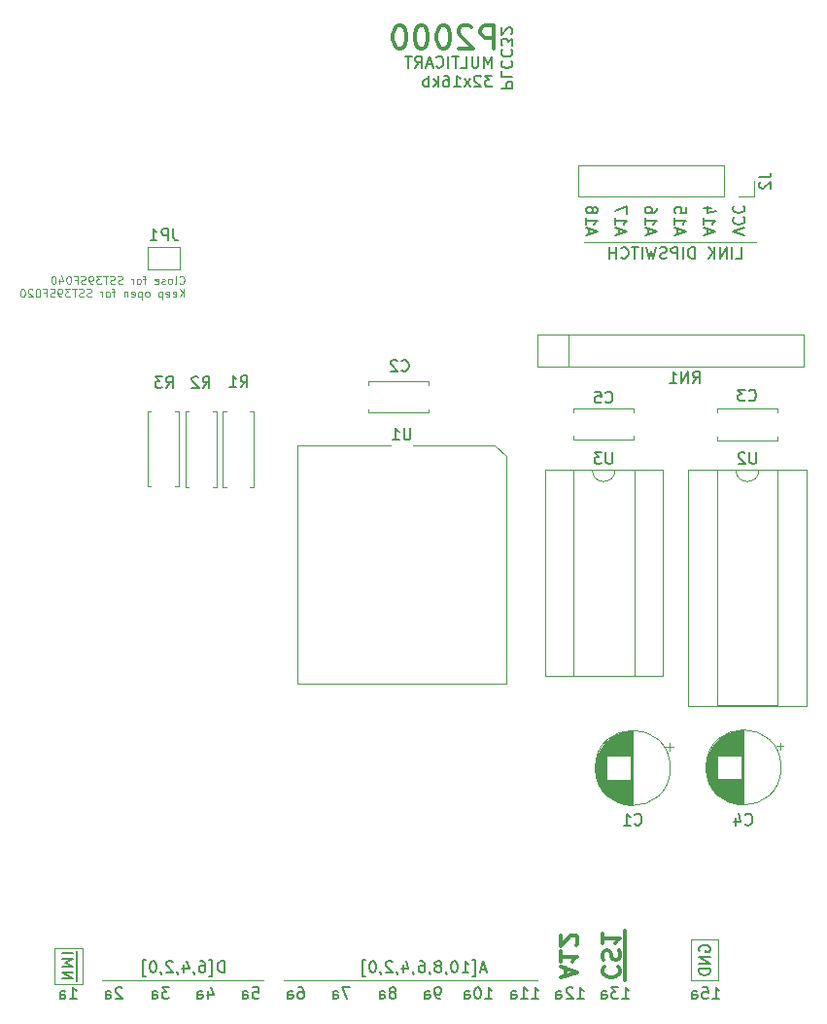
<source format=gbr>
G04 #@! TF.GenerationSoftware,KiCad,Pcbnew,(6.0.9)*
G04 #@! TF.CreationDate,2023-08-06T15:20:05+02:00*
G04 #@! TF.ProjectId,p2000t-multicartridge,70323030-3074-42d6-9d75-6c7469636172,rev?*
G04 #@! TF.SameCoordinates,Original*
G04 #@! TF.FileFunction,Legend,Bot*
G04 #@! TF.FilePolarity,Positive*
%FSLAX46Y46*%
G04 Gerber Fmt 4.6, Leading zero omitted, Abs format (unit mm)*
G04 Created by KiCad (PCBNEW (6.0.9)) date 2023-08-06 15:20:05*
%MOMM*%
%LPD*%
G01*
G04 APERTURE LIST*
G04 Aperture macros list*
%AMFreePoly0*
4,1,6,1.000000,0.000000,0.500000,-0.750000,-0.500000,-0.750000,-0.500000,0.750000,0.500000,0.750000,1.000000,0.000000,1.000000,0.000000,$1*%
%AMFreePoly1*
4,1,6,0.500000,-0.750000,-0.650000,-0.750000,-0.150000,0.000000,-0.650000,0.750000,0.500000,0.750000,0.500000,-0.750000,0.500000,-0.750000,$1*%
G04 Aperture macros list end*
%ADD10C,0.120000*%
%ADD11C,0.150000*%
%ADD12C,0.300000*%
%ADD13C,0.100000*%
%ADD14C,2.000000*%
%ADD15C,1.500000*%
%ADD16R,1.600000X1.600000*%
%ADD17O,1.600000X1.600000*%
%ADD18C,1.600000*%
%ADD19R,1.700000X1.700000*%
%ADD20O,1.700000X1.700000*%
%ADD21FreePoly0,0.000000*%
%ADD22FreePoly1,0.000000*%
%ADD23R,2.000000X10.000000*%
%ADD24R,1.422400X1.422400*%
%ADD25C,1.422400*%
G04 APERTURE END LIST*
D10*
X96251000Y-131445000D02*
X74153000Y-131445000D01*
X72375000Y-131445000D02*
X58278000Y-131445000D01*
X115274000Y-67160000D02*
X100274000Y-67160000D01*
X54197000Y-131745000D02*
X54197000Y-128645000D01*
X111999000Y-131451000D02*
X109586000Y-131451000D01*
X111999000Y-127895000D02*
X111999000Y-131451000D01*
X109586000Y-127895000D02*
X111999000Y-127895000D01*
X109586000Y-131451000D02*
X109586000Y-127895000D01*
X56647000Y-128645000D02*
X56647000Y-131745000D01*
X56647000Y-131745000D02*
X54197000Y-131745000D01*
X54197000Y-128645000D02*
X56647000Y-128645000D01*
D11*
X111498857Y-133040380D02*
X112070285Y-133040380D01*
X111784571Y-133040380D02*
X111784571Y-132040380D01*
X111879809Y-132183238D01*
X111975047Y-132278476D01*
X112070285Y-132326095D01*
X110594095Y-132040380D02*
X111070285Y-132040380D01*
X111117904Y-132516571D01*
X111070285Y-132468952D01*
X110975047Y-132421333D01*
X110736952Y-132421333D01*
X110641714Y-132468952D01*
X110594095Y-132516571D01*
X110546476Y-132611809D01*
X110546476Y-132849904D01*
X110594095Y-132945142D01*
X110641714Y-132992761D01*
X110736952Y-133040380D01*
X110975047Y-133040380D01*
X111070285Y-132992761D01*
X111117904Y-132945142D01*
X109689333Y-133040380D02*
X109689333Y-132516571D01*
X109736952Y-132421333D01*
X109832190Y-132373714D01*
X110022666Y-132373714D01*
X110117904Y-132421333D01*
X109689333Y-132992761D02*
X109784571Y-133040380D01*
X110022666Y-133040380D01*
X110117904Y-132992761D01*
X110165523Y-132897523D01*
X110165523Y-132802285D01*
X110117904Y-132707047D01*
X110022666Y-132659428D01*
X109784571Y-132659428D01*
X109689333Y-132611809D01*
D12*
X103846000Y-131464571D02*
X103846000Y-129964571D01*
X102065285Y-130250285D02*
X101993857Y-130321714D01*
X101922428Y-130536000D01*
X101922428Y-130678857D01*
X101993857Y-130893142D01*
X102136714Y-131036000D01*
X102279571Y-131107428D01*
X102565285Y-131178857D01*
X102779571Y-131178857D01*
X103065285Y-131107428D01*
X103208142Y-131036000D01*
X103351000Y-130893142D01*
X103422428Y-130678857D01*
X103422428Y-130536000D01*
X103351000Y-130321714D01*
X103279571Y-130250285D01*
X103846000Y-129964571D02*
X103846000Y-128536000D01*
X101993857Y-129678857D02*
X101922428Y-129464571D01*
X101922428Y-129107428D01*
X101993857Y-128964571D01*
X102065285Y-128893142D01*
X102208142Y-128821714D01*
X102351000Y-128821714D01*
X102493857Y-128893142D01*
X102565285Y-128964571D01*
X102636714Y-129107428D01*
X102708142Y-129393142D01*
X102779571Y-129536000D01*
X102851000Y-129607428D01*
X102993857Y-129678857D01*
X103136714Y-129678857D01*
X103279571Y-129607428D01*
X103351000Y-129536000D01*
X103422428Y-129393142D01*
X103422428Y-129036000D01*
X103351000Y-128821714D01*
X103846000Y-128536000D02*
X103846000Y-127107428D01*
X101922428Y-127393142D02*
X101922428Y-128250285D01*
X101922428Y-127821714D02*
X103422428Y-127821714D01*
X103208142Y-127964571D01*
X103065285Y-128107428D01*
X102993857Y-128250285D01*
X98668000Y-131071714D02*
X98668000Y-130357428D01*
X98239428Y-131214571D02*
X99739428Y-130714571D01*
X98239428Y-130214571D01*
X98239428Y-128928857D02*
X98239428Y-129786000D01*
X98239428Y-129357428D02*
X99739428Y-129357428D01*
X99525142Y-129500285D01*
X99382285Y-129643142D01*
X99310857Y-129786000D01*
X99596571Y-128357428D02*
X99668000Y-128286000D01*
X99739428Y-128143142D01*
X99739428Y-127786000D01*
X99668000Y-127643142D01*
X99596571Y-127571714D01*
X99453714Y-127500285D01*
X99310857Y-127500285D01*
X99096571Y-127571714D01*
X98239428Y-128428857D01*
X98239428Y-127500285D01*
D11*
X91773571Y-130468666D02*
X91297380Y-130468666D01*
X91868809Y-130754380D02*
X91535476Y-129754380D01*
X91202142Y-130754380D01*
X90583095Y-131087714D02*
X90821190Y-131087714D01*
X90821190Y-129659142D01*
X90583095Y-129659142D01*
X89678333Y-130754380D02*
X90249761Y-130754380D01*
X89964047Y-130754380D02*
X89964047Y-129754380D01*
X90059285Y-129897238D01*
X90154523Y-129992476D01*
X90249761Y-130040095D01*
X89059285Y-129754380D02*
X88964047Y-129754380D01*
X88868809Y-129802000D01*
X88821190Y-129849619D01*
X88773571Y-129944857D01*
X88725952Y-130135333D01*
X88725952Y-130373428D01*
X88773571Y-130563904D01*
X88821190Y-130659142D01*
X88868809Y-130706761D01*
X88964047Y-130754380D01*
X89059285Y-130754380D01*
X89154523Y-130706761D01*
X89202142Y-130659142D01*
X89249761Y-130563904D01*
X89297380Y-130373428D01*
X89297380Y-130135333D01*
X89249761Y-129944857D01*
X89202142Y-129849619D01*
X89154523Y-129802000D01*
X89059285Y-129754380D01*
X88249761Y-130706761D02*
X88249761Y-130754380D01*
X88297380Y-130849619D01*
X88345000Y-130897238D01*
X87678333Y-130182952D02*
X87773571Y-130135333D01*
X87821190Y-130087714D01*
X87868809Y-129992476D01*
X87868809Y-129944857D01*
X87821190Y-129849619D01*
X87773571Y-129802000D01*
X87678333Y-129754380D01*
X87487857Y-129754380D01*
X87392619Y-129802000D01*
X87345000Y-129849619D01*
X87297380Y-129944857D01*
X87297380Y-129992476D01*
X87345000Y-130087714D01*
X87392619Y-130135333D01*
X87487857Y-130182952D01*
X87678333Y-130182952D01*
X87773571Y-130230571D01*
X87821190Y-130278190D01*
X87868809Y-130373428D01*
X87868809Y-130563904D01*
X87821190Y-130659142D01*
X87773571Y-130706761D01*
X87678333Y-130754380D01*
X87487857Y-130754380D01*
X87392619Y-130706761D01*
X87345000Y-130659142D01*
X87297380Y-130563904D01*
X87297380Y-130373428D01*
X87345000Y-130278190D01*
X87392619Y-130230571D01*
X87487857Y-130182952D01*
X86821190Y-130706761D02*
X86821190Y-130754380D01*
X86868809Y-130849619D01*
X86916428Y-130897238D01*
X85964047Y-129754380D02*
X86154523Y-129754380D01*
X86249761Y-129802000D01*
X86297380Y-129849619D01*
X86392619Y-129992476D01*
X86440238Y-130182952D01*
X86440238Y-130563904D01*
X86392619Y-130659142D01*
X86345000Y-130706761D01*
X86249761Y-130754380D01*
X86059285Y-130754380D01*
X85964047Y-130706761D01*
X85916428Y-130659142D01*
X85868809Y-130563904D01*
X85868809Y-130325809D01*
X85916428Y-130230571D01*
X85964047Y-130182952D01*
X86059285Y-130135333D01*
X86249761Y-130135333D01*
X86345000Y-130182952D01*
X86392619Y-130230571D01*
X86440238Y-130325809D01*
X85392619Y-130706761D02*
X85392619Y-130754380D01*
X85440238Y-130849619D01*
X85487857Y-130897238D01*
X84535476Y-130087714D02*
X84535476Y-130754380D01*
X84773571Y-129706761D02*
X85011666Y-130421047D01*
X84392619Y-130421047D01*
X83964047Y-130706761D02*
X83964047Y-130754380D01*
X84011666Y-130849619D01*
X84059285Y-130897238D01*
X83583095Y-129849619D02*
X83535476Y-129802000D01*
X83440238Y-129754380D01*
X83202142Y-129754380D01*
X83106904Y-129802000D01*
X83059285Y-129849619D01*
X83011666Y-129944857D01*
X83011666Y-130040095D01*
X83059285Y-130182952D01*
X83630714Y-130754380D01*
X83011666Y-130754380D01*
X82535476Y-130706761D02*
X82535476Y-130754380D01*
X82583095Y-130849619D01*
X82630714Y-130897238D01*
X81916428Y-129754380D02*
X81821190Y-129754380D01*
X81725952Y-129802000D01*
X81678333Y-129849619D01*
X81630714Y-129944857D01*
X81583095Y-130135333D01*
X81583095Y-130373428D01*
X81630714Y-130563904D01*
X81678333Y-130659142D01*
X81725952Y-130706761D01*
X81821190Y-130754380D01*
X81916428Y-130754380D01*
X82011666Y-130706761D01*
X82059285Y-130659142D01*
X82106904Y-130563904D01*
X82154523Y-130373428D01*
X82154523Y-130135333D01*
X82106904Y-129944857D01*
X82059285Y-129849619D01*
X82011666Y-129802000D01*
X81916428Y-129754380D01*
X81249761Y-131087714D02*
X81011666Y-131087714D01*
X81011666Y-129659142D01*
X81249761Y-129659142D01*
X68937619Y-130754380D02*
X68937619Y-129754380D01*
X68699523Y-129754380D01*
X68556666Y-129802000D01*
X68461428Y-129897238D01*
X68413809Y-129992476D01*
X68366190Y-130182952D01*
X68366190Y-130325809D01*
X68413809Y-130516285D01*
X68461428Y-130611523D01*
X68556666Y-130706761D01*
X68699523Y-130754380D01*
X68937619Y-130754380D01*
X67651904Y-131087714D02*
X67890000Y-131087714D01*
X67890000Y-129659142D01*
X67651904Y-129659142D01*
X66842380Y-129754380D02*
X67032857Y-129754380D01*
X67128095Y-129802000D01*
X67175714Y-129849619D01*
X67270952Y-129992476D01*
X67318571Y-130182952D01*
X67318571Y-130563904D01*
X67270952Y-130659142D01*
X67223333Y-130706761D01*
X67128095Y-130754380D01*
X66937619Y-130754380D01*
X66842380Y-130706761D01*
X66794761Y-130659142D01*
X66747142Y-130563904D01*
X66747142Y-130325809D01*
X66794761Y-130230571D01*
X66842380Y-130182952D01*
X66937619Y-130135333D01*
X67128095Y-130135333D01*
X67223333Y-130182952D01*
X67270952Y-130230571D01*
X67318571Y-130325809D01*
X66270952Y-130706761D02*
X66270952Y-130754380D01*
X66318571Y-130849619D01*
X66366190Y-130897238D01*
X65413809Y-130087714D02*
X65413809Y-130754380D01*
X65651904Y-129706761D02*
X65890000Y-130421047D01*
X65270952Y-130421047D01*
X64842380Y-130706761D02*
X64842380Y-130754380D01*
X64890000Y-130849619D01*
X64937619Y-130897238D01*
X64461428Y-129849619D02*
X64413809Y-129802000D01*
X64318571Y-129754380D01*
X64080476Y-129754380D01*
X63985238Y-129802000D01*
X63937619Y-129849619D01*
X63890000Y-129944857D01*
X63890000Y-130040095D01*
X63937619Y-130182952D01*
X64509047Y-130754380D01*
X63890000Y-130754380D01*
X63413809Y-130706761D02*
X63413809Y-130754380D01*
X63461428Y-130849619D01*
X63509047Y-130897238D01*
X62794761Y-129754380D02*
X62699523Y-129754380D01*
X62604285Y-129802000D01*
X62556666Y-129849619D01*
X62509047Y-129944857D01*
X62461428Y-130135333D01*
X62461428Y-130373428D01*
X62509047Y-130563904D01*
X62556666Y-130659142D01*
X62604285Y-130706761D01*
X62699523Y-130754380D01*
X62794761Y-130754380D01*
X62890000Y-130706761D01*
X62937619Y-130659142D01*
X62985238Y-130563904D01*
X63032857Y-130373428D01*
X63032857Y-130135333D01*
X62985238Y-129944857D01*
X62937619Y-129849619D01*
X62890000Y-129802000D01*
X62794761Y-129754380D01*
X62128095Y-131087714D02*
X61890000Y-131087714D01*
X61890000Y-129659142D01*
X62128095Y-129659142D01*
X111037333Y-66474476D02*
X111037333Y-65998285D01*
X110751619Y-66569714D02*
X111751619Y-66236380D01*
X110751619Y-65903047D01*
X110751619Y-65045904D02*
X110751619Y-65617333D01*
X110751619Y-65331619D02*
X111751619Y-65331619D01*
X111608761Y-65426857D01*
X111513523Y-65522095D01*
X111465904Y-65617333D01*
X111418285Y-64188761D02*
X110751619Y-64188761D01*
X111799238Y-64426857D02*
X111084952Y-64664952D01*
X111084952Y-64045904D01*
X113535904Y-68612380D02*
X114012095Y-68612380D01*
X114012095Y-67612380D01*
X113202571Y-68612380D02*
X113202571Y-67612380D01*
X112726380Y-68612380D02*
X112726380Y-67612380D01*
X112154952Y-68612380D01*
X112154952Y-67612380D01*
X111678761Y-68612380D02*
X111678761Y-67612380D01*
X111107333Y-68612380D02*
X111535904Y-68040952D01*
X111107333Y-67612380D02*
X111678761Y-68183809D01*
X109916857Y-68612380D02*
X109916857Y-67612380D01*
X109678761Y-67612380D01*
X109535904Y-67660000D01*
X109440666Y-67755238D01*
X109393047Y-67850476D01*
X109345428Y-68040952D01*
X109345428Y-68183809D01*
X109393047Y-68374285D01*
X109440666Y-68469523D01*
X109535904Y-68564761D01*
X109678761Y-68612380D01*
X109916857Y-68612380D01*
X108916857Y-68612380D02*
X108916857Y-67612380D01*
X108440666Y-68612380D02*
X108440666Y-67612380D01*
X108059714Y-67612380D01*
X107964476Y-67660000D01*
X107916857Y-67707619D01*
X107869238Y-67802857D01*
X107869238Y-67945714D01*
X107916857Y-68040952D01*
X107964476Y-68088571D01*
X108059714Y-68136190D01*
X108440666Y-68136190D01*
X107488285Y-68564761D02*
X107345428Y-68612380D01*
X107107333Y-68612380D01*
X107012095Y-68564761D01*
X106964476Y-68517142D01*
X106916857Y-68421904D01*
X106916857Y-68326666D01*
X106964476Y-68231428D01*
X107012095Y-68183809D01*
X107107333Y-68136190D01*
X107297809Y-68088571D01*
X107393047Y-68040952D01*
X107440666Y-67993333D01*
X107488285Y-67898095D01*
X107488285Y-67802857D01*
X107440666Y-67707619D01*
X107393047Y-67660000D01*
X107297809Y-67612380D01*
X107059714Y-67612380D01*
X106916857Y-67660000D01*
X106583523Y-67612380D02*
X106345428Y-68612380D01*
X106154952Y-67898095D01*
X105964476Y-68612380D01*
X105726380Y-67612380D01*
X105345428Y-68612380D02*
X105345428Y-67612380D01*
X105012095Y-67612380D02*
X104440666Y-67612380D01*
X104726380Y-68612380D02*
X104726380Y-67612380D01*
X103535904Y-68517142D02*
X103583523Y-68564761D01*
X103726380Y-68612380D01*
X103821619Y-68612380D01*
X103964476Y-68564761D01*
X104059714Y-68469523D01*
X104107333Y-68374285D01*
X104154952Y-68183809D01*
X104154952Y-68040952D01*
X104107333Y-67850476D01*
X104059714Y-67755238D01*
X103964476Y-67660000D01*
X103821619Y-67612380D01*
X103726380Y-67612380D01*
X103583523Y-67660000D01*
X103535904Y-67707619D01*
X103107333Y-68612380D02*
X103107333Y-67612380D01*
X103107333Y-68088571D02*
X102535904Y-68088571D01*
X102535904Y-68612380D02*
X102535904Y-67612380D01*
X114284619Y-66579333D02*
X113284619Y-66246000D01*
X114284619Y-65912666D01*
X113379857Y-65007904D02*
X113332238Y-65055523D01*
X113284619Y-65198380D01*
X113284619Y-65293619D01*
X113332238Y-65436476D01*
X113427476Y-65531714D01*
X113522714Y-65579333D01*
X113713190Y-65626952D01*
X113856047Y-65626952D01*
X114046523Y-65579333D01*
X114141761Y-65531714D01*
X114237000Y-65436476D01*
X114284619Y-65293619D01*
X114284619Y-65198380D01*
X114237000Y-65055523D01*
X114189380Y-65007904D01*
X113379857Y-64007904D02*
X113332238Y-64055523D01*
X113284619Y-64198380D01*
X113284619Y-64293619D01*
X113332238Y-64436476D01*
X113427476Y-64531714D01*
X113522714Y-64579333D01*
X113713190Y-64626952D01*
X113856047Y-64626952D01*
X114046523Y-64579333D01*
X114141761Y-64531714D01*
X114237000Y-64436476D01*
X114284619Y-64293619D01*
X114284619Y-64198380D01*
X114237000Y-64055523D01*
X114189380Y-64007904D01*
X55510666Y-133040380D02*
X56082095Y-133040380D01*
X55796380Y-133040380D02*
X55796380Y-132040380D01*
X55891619Y-132183238D01*
X55986857Y-132278476D01*
X56082095Y-132326095D01*
X54653523Y-133040380D02*
X54653523Y-132516571D01*
X54701142Y-132421333D01*
X54796380Y-132373714D01*
X54986857Y-132373714D01*
X55082095Y-132421333D01*
X54653523Y-132992761D02*
X54748761Y-133040380D01*
X54986857Y-133040380D01*
X55082095Y-132992761D01*
X55129714Y-132897523D01*
X55129714Y-132802285D01*
X55082095Y-132707047D01*
X54986857Y-132659428D01*
X54748761Y-132659428D01*
X54653523Y-132611809D01*
X56077000Y-131528333D02*
X56077000Y-130480714D01*
X54794619Y-131290238D02*
X55794619Y-131290238D01*
X54794619Y-130718809D01*
X55794619Y-130718809D01*
X56077000Y-130480714D02*
X56077000Y-129337857D01*
X54794619Y-130242619D02*
X55794619Y-130242619D01*
X55080333Y-129909285D01*
X55794619Y-129575952D01*
X54794619Y-129575952D01*
X56077000Y-129337857D02*
X56077000Y-128861666D01*
X54794619Y-129099761D02*
X55794619Y-129099761D01*
X110356000Y-128911095D02*
X110308380Y-128815857D01*
X110308380Y-128673000D01*
X110356000Y-128530142D01*
X110451238Y-128434904D01*
X110546476Y-128387285D01*
X110736952Y-128339666D01*
X110879809Y-128339666D01*
X111070285Y-128387285D01*
X111165523Y-128434904D01*
X111260761Y-128530142D01*
X111308380Y-128673000D01*
X111308380Y-128768238D01*
X111260761Y-128911095D01*
X111213142Y-128958714D01*
X110879809Y-128958714D01*
X110879809Y-128768238D01*
X111308380Y-129387285D02*
X110308380Y-129387285D01*
X111308380Y-129958714D01*
X110308380Y-129958714D01*
X111308380Y-130434904D02*
X110308380Y-130434904D01*
X110308380Y-130673000D01*
X110356000Y-130815857D01*
X110451238Y-130911095D01*
X110546476Y-130958714D01*
X110736952Y-131006333D01*
X110879809Y-131006333D01*
X111070285Y-130958714D01*
X111165523Y-130911095D01*
X111260761Y-130815857D01*
X111308380Y-130673000D01*
X111308380Y-130434904D01*
D12*
X92419809Y-50307761D02*
X92419809Y-48307761D01*
X91657904Y-48307761D01*
X91467428Y-48403000D01*
X91372190Y-48498238D01*
X91276952Y-48688714D01*
X91276952Y-48974428D01*
X91372190Y-49164904D01*
X91467428Y-49260142D01*
X91657904Y-49355380D01*
X92419809Y-49355380D01*
X90515047Y-48498238D02*
X90419809Y-48403000D01*
X90229333Y-48307761D01*
X89753142Y-48307761D01*
X89562666Y-48403000D01*
X89467428Y-48498238D01*
X89372190Y-48688714D01*
X89372190Y-48879190D01*
X89467428Y-49164904D01*
X90610285Y-50307761D01*
X89372190Y-50307761D01*
X88134095Y-48307761D02*
X87943619Y-48307761D01*
X87753142Y-48403000D01*
X87657904Y-48498238D01*
X87562666Y-48688714D01*
X87467428Y-49069666D01*
X87467428Y-49545857D01*
X87562666Y-49926809D01*
X87657904Y-50117285D01*
X87753142Y-50212523D01*
X87943619Y-50307761D01*
X88134095Y-50307761D01*
X88324571Y-50212523D01*
X88419809Y-50117285D01*
X88515047Y-49926809D01*
X88610285Y-49545857D01*
X88610285Y-49069666D01*
X88515047Y-48688714D01*
X88419809Y-48498238D01*
X88324571Y-48403000D01*
X88134095Y-48307761D01*
X86229333Y-48307761D02*
X86038857Y-48307761D01*
X85848380Y-48403000D01*
X85753142Y-48498238D01*
X85657904Y-48688714D01*
X85562666Y-49069666D01*
X85562666Y-49545857D01*
X85657904Y-49926809D01*
X85753142Y-50117285D01*
X85848380Y-50212523D01*
X86038857Y-50307761D01*
X86229333Y-50307761D01*
X86419809Y-50212523D01*
X86515047Y-50117285D01*
X86610285Y-49926809D01*
X86705523Y-49545857D01*
X86705523Y-49069666D01*
X86610285Y-48688714D01*
X86515047Y-48498238D01*
X86419809Y-48403000D01*
X86229333Y-48307761D01*
X84324571Y-48307761D02*
X84134095Y-48307761D01*
X83943619Y-48403000D01*
X83848380Y-48498238D01*
X83753142Y-48688714D01*
X83657904Y-49069666D01*
X83657904Y-49545857D01*
X83753142Y-49926809D01*
X83848380Y-50117285D01*
X83943619Y-50212523D01*
X84134095Y-50307761D01*
X84324571Y-50307761D01*
X84515047Y-50212523D01*
X84610285Y-50117285D01*
X84705523Y-49926809D01*
X84800761Y-49545857D01*
X84800761Y-49069666D01*
X84705523Y-48688714D01*
X84610285Y-48498238D01*
X84515047Y-48403000D01*
X84324571Y-48307761D01*
D11*
X92283209Y-52647780D02*
X91664161Y-52647780D01*
X91997495Y-53028733D01*
X91854638Y-53028733D01*
X91759400Y-53076352D01*
X91711780Y-53123971D01*
X91664161Y-53219209D01*
X91664161Y-53457304D01*
X91711780Y-53552542D01*
X91759400Y-53600161D01*
X91854638Y-53647780D01*
X92140352Y-53647780D01*
X92235590Y-53600161D01*
X92283209Y-53552542D01*
X91283209Y-52743019D02*
X91235590Y-52695400D01*
X91140352Y-52647780D01*
X90902257Y-52647780D01*
X90807019Y-52695400D01*
X90759400Y-52743019D01*
X90711780Y-52838257D01*
X90711780Y-52933495D01*
X90759400Y-53076352D01*
X91330828Y-53647780D01*
X90711780Y-53647780D01*
X90378447Y-53647780D02*
X89854638Y-52981114D01*
X90378447Y-52981114D02*
X89854638Y-53647780D01*
X88949876Y-53647780D02*
X89521304Y-53647780D01*
X89235590Y-53647780D02*
X89235590Y-52647780D01*
X89330828Y-52790638D01*
X89426066Y-52885876D01*
X89521304Y-52933495D01*
X88092733Y-52647780D02*
X88283209Y-52647780D01*
X88378447Y-52695400D01*
X88426066Y-52743019D01*
X88521304Y-52885876D01*
X88568923Y-53076352D01*
X88568923Y-53457304D01*
X88521304Y-53552542D01*
X88473685Y-53600161D01*
X88378447Y-53647780D01*
X88187971Y-53647780D01*
X88092733Y-53600161D01*
X88045114Y-53552542D01*
X87997495Y-53457304D01*
X87997495Y-53219209D01*
X88045114Y-53123971D01*
X88092733Y-53076352D01*
X88187971Y-53028733D01*
X88378447Y-53028733D01*
X88473685Y-53076352D01*
X88521304Y-53123971D01*
X88568923Y-53219209D01*
X87568923Y-53647780D02*
X87568923Y-52647780D01*
X87473685Y-53266828D02*
X87187971Y-53647780D01*
X87187971Y-52981114D02*
X87568923Y-53362066D01*
X86759400Y-53647780D02*
X86759400Y-52647780D01*
X86759400Y-53028733D02*
X86664161Y-52981114D01*
X86473685Y-52981114D01*
X86378447Y-53028733D01*
X86330828Y-53076352D01*
X86283209Y-53171590D01*
X86283209Y-53457304D01*
X86330828Y-53552542D01*
X86378447Y-53600161D01*
X86473685Y-53647780D01*
X86664161Y-53647780D01*
X86759400Y-53600161D01*
X92238676Y-51971380D02*
X92238676Y-50971380D01*
X91905342Y-51685666D01*
X91572009Y-50971380D01*
X91572009Y-51971380D01*
X91095819Y-50971380D02*
X91095819Y-51780904D01*
X91048200Y-51876142D01*
X91000580Y-51923761D01*
X90905342Y-51971380D01*
X90714866Y-51971380D01*
X90619628Y-51923761D01*
X90572009Y-51876142D01*
X90524390Y-51780904D01*
X90524390Y-50971380D01*
X89572009Y-51971380D02*
X90048200Y-51971380D01*
X90048200Y-50971380D01*
X89381533Y-50971380D02*
X88810104Y-50971380D01*
X89095819Y-51971380D02*
X89095819Y-50971380D01*
X88476771Y-51971380D02*
X88476771Y-50971380D01*
X87429152Y-51876142D02*
X87476771Y-51923761D01*
X87619628Y-51971380D01*
X87714866Y-51971380D01*
X87857723Y-51923761D01*
X87952961Y-51828523D01*
X88000580Y-51733285D01*
X88048200Y-51542809D01*
X88048200Y-51399952D01*
X88000580Y-51209476D01*
X87952961Y-51114238D01*
X87857723Y-51019000D01*
X87714866Y-50971380D01*
X87619628Y-50971380D01*
X87476771Y-51019000D01*
X87429152Y-51066619D01*
X87048200Y-51685666D02*
X86572009Y-51685666D01*
X87143438Y-51971380D02*
X86810104Y-50971380D01*
X86476771Y-51971380D01*
X85572009Y-51971380D02*
X85905342Y-51495190D01*
X86143438Y-51971380D02*
X86143438Y-50971380D01*
X85762485Y-50971380D01*
X85667247Y-51019000D01*
X85619628Y-51066619D01*
X85572009Y-51161857D01*
X85572009Y-51304714D01*
X85619628Y-51399952D01*
X85667247Y-51447571D01*
X85762485Y-51495190D01*
X86143438Y-51495190D01*
X85286295Y-50971380D02*
X84714866Y-50971380D01*
X85000580Y-51971380D02*
X85000580Y-50971380D01*
X93074219Y-53764047D02*
X94074219Y-53764047D01*
X94074219Y-53383095D01*
X94026600Y-53287857D01*
X93978980Y-53240238D01*
X93883742Y-53192619D01*
X93740885Y-53192619D01*
X93645647Y-53240238D01*
X93598028Y-53287857D01*
X93550409Y-53383095D01*
X93550409Y-53764047D01*
X93074219Y-52287857D02*
X93074219Y-52764047D01*
X94074219Y-52764047D01*
X93169457Y-51383095D02*
X93121838Y-51430714D01*
X93074219Y-51573571D01*
X93074219Y-51668809D01*
X93121838Y-51811666D01*
X93217076Y-51906904D01*
X93312314Y-51954523D01*
X93502790Y-52002142D01*
X93645647Y-52002142D01*
X93836123Y-51954523D01*
X93931361Y-51906904D01*
X94026600Y-51811666D01*
X94074219Y-51668809D01*
X94074219Y-51573571D01*
X94026600Y-51430714D01*
X93978980Y-51383095D01*
X93169457Y-50383095D02*
X93121838Y-50430714D01*
X93074219Y-50573571D01*
X93074219Y-50668809D01*
X93121838Y-50811666D01*
X93217076Y-50906904D01*
X93312314Y-50954523D01*
X93502790Y-51002142D01*
X93645647Y-51002142D01*
X93836123Y-50954523D01*
X93931361Y-50906904D01*
X94026600Y-50811666D01*
X94074219Y-50668809D01*
X94074219Y-50573571D01*
X94026600Y-50430714D01*
X93978980Y-50383095D01*
X94074219Y-50049761D02*
X94074219Y-49430714D01*
X93693266Y-49764047D01*
X93693266Y-49621190D01*
X93645647Y-49525952D01*
X93598028Y-49478333D01*
X93502790Y-49430714D01*
X93264695Y-49430714D01*
X93169457Y-49478333D01*
X93121838Y-49525952D01*
X93074219Y-49621190D01*
X93074219Y-49906904D01*
X93121838Y-50002142D01*
X93169457Y-50049761D01*
X93978980Y-49049761D02*
X94026600Y-49002142D01*
X94074219Y-48906904D01*
X94074219Y-48668809D01*
X94026600Y-48573571D01*
X93978980Y-48525952D01*
X93883742Y-48478333D01*
X93788504Y-48478333D01*
X93645647Y-48525952D01*
X93074219Y-49097380D01*
X93074219Y-48478333D01*
X95750857Y-133040380D02*
X96322285Y-133040380D01*
X96036571Y-133040380D02*
X96036571Y-132040380D01*
X96131809Y-132183238D01*
X96227047Y-132278476D01*
X96322285Y-132326095D01*
X94798476Y-133040380D02*
X95369904Y-133040380D01*
X95084190Y-133040380D02*
X95084190Y-132040380D01*
X95179428Y-132183238D01*
X95274666Y-132278476D01*
X95369904Y-132326095D01*
X93941333Y-133040380D02*
X93941333Y-132516571D01*
X93988952Y-132421333D01*
X94084190Y-132373714D01*
X94274666Y-132373714D01*
X94369904Y-132421333D01*
X93941333Y-132992761D02*
X94036571Y-133040380D01*
X94274666Y-133040380D01*
X94369904Y-132992761D01*
X94417523Y-132897523D01*
X94417523Y-132802285D01*
X94369904Y-132707047D01*
X94274666Y-132659428D01*
X94036571Y-132659428D01*
X93941333Y-132611809D01*
X91686857Y-133040380D02*
X92258285Y-133040380D01*
X91972571Y-133040380D02*
X91972571Y-132040380D01*
X92067809Y-132183238D01*
X92163047Y-132278476D01*
X92258285Y-132326095D01*
X91067809Y-132040380D02*
X90972571Y-132040380D01*
X90877333Y-132088000D01*
X90829714Y-132135619D01*
X90782095Y-132230857D01*
X90734476Y-132421333D01*
X90734476Y-132659428D01*
X90782095Y-132849904D01*
X90829714Y-132945142D01*
X90877333Y-132992761D01*
X90972571Y-133040380D01*
X91067809Y-133040380D01*
X91163047Y-132992761D01*
X91210666Y-132945142D01*
X91258285Y-132849904D01*
X91305904Y-132659428D01*
X91305904Y-132421333D01*
X91258285Y-132230857D01*
X91210666Y-132135619D01*
X91163047Y-132088000D01*
X91067809Y-132040380D01*
X89877333Y-133040380D02*
X89877333Y-132516571D01*
X89924952Y-132421333D01*
X90020190Y-132373714D01*
X90210666Y-132373714D01*
X90305904Y-132421333D01*
X89877333Y-132992761D02*
X89972571Y-133040380D01*
X90210666Y-133040380D01*
X90305904Y-132992761D01*
X90353523Y-132897523D01*
X90353523Y-132802285D01*
X90305904Y-132707047D01*
X90210666Y-132659428D01*
X89972571Y-132659428D01*
X89877333Y-132611809D01*
X60032095Y-132135619D02*
X59984476Y-132088000D01*
X59889238Y-132040380D01*
X59651142Y-132040380D01*
X59555904Y-132088000D01*
X59508285Y-132135619D01*
X59460666Y-132230857D01*
X59460666Y-132326095D01*
X59508285Y-132468952D01*
X60079714Y-133040380D01*
X59460666Y-133040380D01*
X58603523Y-133040380D02*
X58603523Y-132516571D01*
X58651142Y-132421333D01*
X58746380Y-132373714D01*
X58936857Y-132373714D01*
X59032095Y-132421333D01*
X58603523Y-132992761D02*
X58698761Y-133040380D01*
X58936857Y-133040380D01*
X59032095Y-132992761D01*
X59079714Y-132897523D01*
X59079714Y-132802285D01*
X59032095Y-132707047D01*
X58936857Y-132659428D01*
X58698761Y-132659428D01*
X58603523Y-132611809D01*
X103326733Y-66474476D02*
X103326733Y-65998285D01*
X103041019Y-66569714D02*
X104041019Y-66236380D01*
X103041019Y-65903047D01*
X103041019Y-65045904D02*
X103041019Y-65617333D01*
X103041019Y-65331619D02*
X104041019Y-65331619D01*
X103898161Y-65426857D01*
X103802923Y-65522095D01*
X103755304Y-65617333D01*
X104041019Y-64712571D02*
X104041019Y-64045904D01*
X103041019Y-64474476D01*
X75430904Y-132040380D02*
X75621380Y-132040380D01*
X75716619Y-132088000D01*
X75764238Y-132135619D01*
X75859476Y-132278476D01*
X75907095Y-132468952D01*
X75907095Y-132849904D01*
X75859476Y-132945142D01*
X75811857Y-132992761D01*
X75716619Y-133040380D01*
X75526142Y-133040380D01*
X75430904Y-132992761D01*
X75383285Y-132945142D01*
X75335666Y-132849904D01*
X75335666Y-132611809D01*
X75383285Y-132516571D01*
X75430904Y-132468952D01*
X75526142Y-132421333D01*
X75716619Y-132421333D01*
X75811857Y-132468952D01*
X75859476Y-132516571D01*
X75907095Y-132611809D01*
X74478523Y-133040380D02*
X74478523Y-132516571D01*
X74526142Y-132421333D01*
X74621380Y-132373714D01*
X74811857Y-132373714D01*
X74907095Y-132421333D01*
X74478523Y-132992761D02*
X74573761Y-133040380D01*
X74811857Y-133040380D01*
X74907095Y-132992761D01*
X74954714Y-132897523D01*
X74954714Y-132802285D01*
X74907095Y-132707047D01*
X74811857Y-132659428D01*
X74573761Y-132659428D01*
X74478523Y-132611809D01*
X105896933Y-66474476D02*
X105896933Y-65998285D01*
X105611219Y-66569714D02*
X106611219Y-66236380D01*
X105611219Y-65903047D01*
X105611219Y-65045904D02*
X105611219Y-65617333D01*
X105611219Y-65331619D02*
X106611219Y-65331619D01*
X106468361Y-65426857D01*
X106373123Y-65522095D01*
X106325504Y-65617333D01*
X106611219Y-64188761D02*
X106611219Y-64379238D01*
X106563600Y-64474476D01*
X106515980Y-64522095D01*
X106373123Y-64617333D01*
X106182647Y-64664952D01*
X105801695Y-64664952D01*
X105706457Y-64617333D01*
X105658838Y-64569714D01*
X105611219Y-64474476D01*
X105611219Y-64284000D01*
X105658838Y-64188761D01*
X105706457Y-64141142D01*
X105801695Y-64093523D01*
X106039790Y-64093523D01*
X106135028Y-64141142D01*
X106182647Y-64188761D01*
X106230266Y-64284000D01*
X106230266Y-64474476D01*
X106182647Y-64569714D01*
X106135028Y-64617333D01*
X106039790Y-64664952D01*
X79891714Y-132040380D02*
X79225047Y-132040380D01*
X79653619Y-133040380D01*
X78415523Y-133040380D02*
X78415523Y-132516571D01*
X78463142Y-132421333D01*
X78558380Y-132373714D01*
X78748857Y-132373714D01*
X78844095Y-132421333D01*
X78415523Y-132992761D02*
X78510761Y-133040380D01*
X78748857Y-133040380D01*
X78844095Y-132992761D01*
X78891714Y-132897523D01*
X78891714Y-132802285D01*
X78844095Y-132707047D01*
X78748857Y-132659428D01*
X78510761Y-132659428D01*
X78415523Y-132611809D01*
X103624857Y-133040380D02*
X104196285Y-133040380D01*
X103910571Y-133040380D02*
X103910571Y-132040380D01*
X104005809Y-132183238D01*
X104101047Y-132278476D01*
X104196285Y-132326095D01*
X103291523Y-132040380D02*
X102672476Y-132040380D01*
X103005809Y-132421333D01*
X102862952Y-132421333D01*
X102767714Y-132468952D01*
X102720095Y-132516571D01*
X102672476Y-132611809D01*
X102672476Y-132849904D01*
X102720095Y-132945142D01*
X102767714Y-132992761D01*
X102862952Y-133040380D01*
X103148666Y-133040380D01*
X103243904Y-132992761D01*
X103291523Y-132945142D01*
X101815333Y-133040380D02*
X101815333Y-132516571D01*
X101862952Y-132421333D01*
X101958190Y-132373714D01*
X102148666Y-132373714D01*
X102243904Y-132421333D01*
X101815333Y-132992761D02*
X101910571Y-133040380D01*
X102148666Y-133040380D01*
X102243904Y-132992761D01*
X102291523Y-132897523D01*
X102291523Y-132802285D01*
X102243904Y-132707047D01*
X102148666Y-132659428D01*
X101910571Y-132659428D01*
X101815333Y-132611809D01*
X87749857Y-133040380D02*
X87559380Y-133040380D01*
X87464142Y-132992761D01*
X87416523Y-132945142D01*
X87321285Y-132802285D01*
X87273666Y-132611809D01*
X87273666Y-132230857D01*
X87321285Y-132135619D01*
X87368904Y-132088000D01*
X87464142Y-132040380D01*
X87654619Y-132040380D01*
X87749857Y-132088000D01*
X87797476Y-132135619D01*
X87845095Y-132230857D01*
X87845095Y-132468952D01*
X87797476Y-132564190D01*
X87749857Y-132611809D01*
X87654619Y-132659428D01*
X87464142Y-132659428D01*
X87368904Y-132611809D01*
X87321285Y-132564190D01*
X87273666Y-132468952D01*
X86416523Y-133040380D02*
X86416523Y-132516571D01*
X86464142Y-132421333D01*
X86559380Y-132373714D01*
X86749857Y-132373714D01*
X86845095Y-132421333D01*
X86416523Y-132992761D02*
X86511761Y-133040380D01*
X86749857Y-133040380D01*
X86845095Y-132992761D01*
X86892714Y-132897523D01*
X86892714Y-132802285D01*
X86845095Y-132707047D01*
X86749857Y-132659428D01*
X86511761Y-132659428D01*
X86416523Y-132611809D01*
X67556904Y-132373714D02*
X67556904Y-133040380D01*
X67795000Y-131992761D02*
X68033095Y-132707047D01*
X67414047Y-132707047D01*
X66604523Y-133040380D02*
X66604523Y-132516571D01*
X66652142Y-132421333D01*
X66747380Y-132373714D01*
X66937857Y-132373714D01*
X67033095Y-132421333D01*
X66604523Y-132992761D02*
X66699761Y-133040380D01*
X66937857Y-133040380D01*
X67033095Y-132992761D01*
X67080714Y-132897523D01*
X67080714Y-132802285D01*
X67033095Y-132707047D01*
X66937857Y-132659428D01*
X66699761Y-132659428D01*
X66604523Y-132611809D01*
X71446285Y-132040380D02*
X71922476Y-132040380D01*
X71970095Y-132516571D01*
X71922476Y-132468952D01*
X71827238Y-132421333D01*
X71589142Y-132421333D01*
X71493904Y-132468952D01*
X71446285Y-132516571D01*
X71398666Y-132611809D01*
X71398666Y-132849904D01*
X71446285Y-132945142D01*
X71493904Y-132992761D01*
X71589142Y-133040380D01*
X71827238Y-133040380D01*
X71922476Y-132992761D01*
X71970095Y-132945142D01*
X70541523Y-133040380D02*
X70541523Y-132516571D01*
X70589142Y-132421333D01*
X70684380Y-132373714D01*
X70874857Y-132373714D01*
X70970095Y-132421333D01*
X70541523Y-132992761D02*
X70636761Y-133040380D01*
X70874857Y-133040380D01*
X70970095Y-132992761D01*
X71017714Y-132897523D01*
X71017714Y-132802285D01*
X70970095Y-132707047D01*
X70874857Y-132659428D01*
X70636761Y-132659428D01*
X70541523Y-132611809D01*
X100756533Y-66474476D02*
X100756533Y-65998285D01*
X100470819Y-66569714D02*
X101470819Y-66236380D01*
X100470819Y-65903047D01*
X100470819Y-65045904D02*
X100470819Y-65617333D01*
X100470819Y-65331619D02*
X101470819Y-65331619D01*
X101327961Y-65426857D01*
X101232723Y-65522095D01*
X101185104Y-65617333D01*
X101042247Y-64474476D02*
X101089866Y-64569714D01*
X101137485Y-64617333D01*
X101232723Y-64664952D01*
X101280342Y-64664952D01*
X101375580Y-64617333D01*
X101423200Y-64569714D01*
X101470819Y-64474476D01*
X101470819Y-64284000D01*
X101423200Y-64188761D01*
X101375580Y-64141142D01*
X101280342Y-64093523D01*
X101232723Y-64093523D01*
X101137485Y-64141142D01*
X101089866Y-64188761D01*
X101042247Y-64284000D01*
X101042247Y-64474476D01*
X100994628Y-64569714D01*
X100947009Y-64617333D01*
X100851771Y-64664952D01*
X100661295Y-64664952D01*
X100566057Y-64617333D01*
X100518438Y-64569714D01*
X100470819Y-64474476D01*
X100470819Y-64284000D01*
X100518438Y-64188761D01*
X100566057Y-64141142D01*
X100661295Y-64093523D01*
X100851771Y-64093523D01*
X100947009Y-64141142D01*
X100994628Y-64188761D01*
X101042247Y-64284000D01*
X99687857Y-133040380D02*
X100259285Y-133040380D01*
X99973571Y-133040380D02*
X99973571Y-132040380D01*
X100068809Y-132183238D01*
X100164047Y-132278476D01*
X100259285Y-132326095D01*
X99306904Y-132135619D02*
X99259285Y-132088000D01*
X99164047Y-132040380D01*
X98925952Y-132040380D01*
X98830714Y-132088000D01*
X98783095Y-132135619D01*
X98735476Y-132230857D01*
X98735476Y-132326095D01*
X98783095Y-132468952D01*
X99354523Y-133040380D01*
X98735476Y-133040380D01*
X97878333Y-133040380D02*
X97878333Y-132516571D01*
X97925952Y-132421333D01*
X98021190Y-132373714D01*
X98211666Y-132373714D01*
X98306904Y-132421333D01*
X97878333Y-132992761D02*
X97973571Y-133040380D01*
X98211666Y-133040380D01*
X98306904Y-132992761D01*
X98354523Y-132897523D01*
X98354523Y-132802285D01*
X98306904Y-132707047D01*
X98211666Y-132659428D01*
X97973571Y-132659428D01*
X97878333Y-132611809D01*
X64143714Y-132040380D02*
X63524666Y-132040380D01*
X63858000Y-132421333D01*
X63715142Y-132421333D01*
X63619904Y-132468952D01*
X63572285Y-132516571D01*
X63524666Y-132611809D01*
X63524666Y-132849904D01*
X63572285Y-132945142D01*
X63619904Y-132992761D01*
X63715142Y-133040380D01*
X64000857Y-133040380D01*
X64096095Y-132992761D01*
X64143714Y-132945142D01*
X62667523Y-133040380D02*
X62667523Y-132516571D01*
X62715142Y-132421333D01*
X62810380Y-132373714D01*
X63000857Y-132373714D01*
X63096095Y-132421333D01*
X62667523Y-132992761D02*
X62762761Y-133040380D01*
X63000857Y-133040380D01*
X63096095Y-132992761D01*
X63143714Y-132897523D01*
X63143714Y-132802285D01*
X63096095Y-132707047D01*
X63000857Y-132659428D01*
X62762761Y-132659428D01*
X62667523Y-132611809D01*
X108467133Y-66474476D02*
X108467133Y-65998285D01*
X108181419Y-66569714D02*
X109181419Y-66236380D01*
X108181419Y-65903047D01*
X108181419Y-65045904D02*
X108181419Y-65617333D01*
X108181419Y-65331619D02*
X109181419Y-65331619D01*
X109038561Y-65426857D01*
X108943323Y-65522095D01*
X108895704Y-65617333D01*
X109181419Y-64141142D02*
X109181419Y-64617333D01*
X108705228Y-64664952D01*
X108752847Y-64617333D01*
X108800466Y-64522095D01*
X108800466Y-64284000D01*
X108752847Y-64188761D01*
X108705228Y-64141142D01*
X108609990Y-64093523D01*
X108371895Y-64093523D01*
X108276657Y-64141142D01*
X108229038Y-64188761D01*
X108181419Y-64284000D01*
X108181419Y-64522095D01*
X108229038Y-64617333D01*
X108276657Y-64664952D01*
X83717619Y-132468952D02*
X83812857Y-132421333D01*
X83860476Y-132373714D01*
X83908095Y-132278476D01*
X83908095Y-132230857D01*
X83860476Y-132135619D01*
X83812857Y-132088000D01*
X83717619Y-132040380D01*
X83527142Y-132040380D01*
X83431904Y-132088000D01*
X83384285Y-132135619D01*
X83336666Y-132230857D01*
X83336666Y-132278476D01*
X83384285Y-132373714D01*
X83431904Y-132421333D01*
X83527142Y-132468952D01*
X83717619Y-132468952D01*
X83812857Y-132516571D01*
X83860476Y-132564190D01*
X83908095Y-132659428D01*
X83908095Y-132849904D01*
X83860476Y-132945142D01*
X83812857Y-132992761D01*
X83717619Y-133040380D01*
X83527142Y-133040380D01*
X83431904Y-132992761D01*
X83384285Y-132945142D01*
X83336666Y-132849904D01*
X83336666Y-132659428D01*
X83384285Y-132564190D01*
X83431904Y-132516571D01*
X83527142Y-132468952D01*
X82479523Y-133040380D02*
X82479523Y-132516571D01*
X82527142Y-132421333D01*
X82622380Y-132373714D01*
X82812857Y-132373714D01*
X82908095Y-132421333D01*
X82479523Y-132992761D02*
X82574761Y-133040380D01*
X82812857Y-133040380D01*
X82908095Y-132992761D01*
X82955714Y-132897523D01*
X82955714Y-132802285D01*
X82908095Y-132707047D01*
X82812857Y-132659428D01*
X82574761Y-132659428D01*
X82479523Y-132611809D01*
D13*
X65047333Y-70743500D02*
X65080666Y-70776833D01*
X65180666Y-70810166D01*
X65247333Y-70810166D01*
X65347333Y-70776833D01*
X65414000Y-70710166D01*
X65447333Y-70643500D01*
X65480666Y-70510166D01*
X65480666Y-70410166D01*
X65447333Y-70276833D01*
X65414000Y-70210166D01*
X65347333Y-70143500D01*
X65247333Y-70110166D01*
X65180666Y-70110166D01*
X65080666Y-70143500D01*
X65047333Y-70176833D01*
X64647333Y-70810166D02*
X64714000Y-70776833D01*
X64747333Y-70710166D01*
X64747333Y-70110166D01*
X64280666Y-70810166D02*
X64347333Y-70776833D01*
X64380666Y-70743500D01*
X64414000Y-70676833D01*
X64414000Y-70476833D01*
X64380666Y-70410166D01*
X64347333Y-70376833D01*
X64280666Y-70343500D01*
X64180666Y-70343500D01*
X64114000Y-70376833D01*
X64080666Y-70410166D01*
X64047333Y-70476833D01*
X64047333Y-70676833D01*
X64080666Y-70743500D01*
X64114000Y-70776833D01*
X64180666Y-70810166D01*
X64280666Y-70810166D01*
X63780666Y-70776833D02*
X63714000Y-70810166D01*
X63580666Y-70810166D01*
X63514000Y-70776833D01*
X63480666Y-70710166D01*
X63480666Y-70676833D01*
X63514000Y-70610166D01*
X63580666Y-70576833D01*
X63680666Y-70576833D01*
X63747333Y-70543500D01*
X63780666Y-70476833D01*
X63780666Y-70443500D01*
X63747333Y-70376833D01*
X63680666Y-70343500D01*
X63580666Y-70343500D01*
X63514000Y-70376833D01*
X62914000Y-70776833D02*
X62980666Y-70810166D01*
X63114000Y-70810166D01*
X63180666Y-70776833D01*
X63214000Y-70710166D01*
X63214000Y-70443500D01*
X63180666Y-70376833D01*
X63114000Y-70343500D01*
X62980666Y-70343500D01*
X62914000Y-70376833D01*
X62880666Y-70443500D01*
X62880666Y-70510166D01*
X63214000Y-70576833D01*
X62147333Y-70343500D02*
X61880666Y-70343500D01*
X62047333Y-70810166D02*
X62047333Y-70210166D01*
X62014000Y-70143500D01*
X61947333Y-70110166D01*
X61880666Y-70110166D01*
X61547333Y-70810166D02*
X61614000Y-70776833D01*
X61647333Y-70743500D01*
X61680666Y-70676833D01*
X61680666Y-70476833D01*
X61647333Y-70410166D01*
X61614000Y-70376833D01*
X61547333Y-70343500D01*
X61447333Y-70343500D01*
X61380666Y-70376833D01*
X61347333Y-70410166D01*
X61314000Y-70476833D01*
X61314000Y-70676833D01*
X61347333Y-70743500D01*
X61380666Y-70776833D01*
X61447333Y-70810166D01*
X61547333Y-70810166D01*
X61014000Y-70810166D02*
X61014000Y-70343500D01*
X61014000Y-70476833D02*
X60980666Y-70410166D01*
X60947333Y-70376833D01*
X60880666Y-70343500D01*
X60814000Y-70343500D01*
X60080666Y-70776833D02*
X59980666Y-70810166D01*
X59814000Y-70810166D01*
X59747333Y-70776833D01*
X59714000Y-70743500D01*
X59680666Y-70676833D01*
X59680666Y-70610166D01*
X59714000Y-70543500D01*
X59747333Y-70510166D01*
X59814000Y-70476833D01*
X59947333Y-70443500D01*
X60014000Y-70410166D01*
X60047333Y-70376833D01*
X60080666Y-70310166D01*
X60080666Y-70243500D01*
X60047333Y-70176833D01*
X60014000Y-70143500D01*
X59947333Y-70110166D01*
X59780666Y-70110166D01*
X59680666Y-70143500D01*
X59414000Y-70776833D02*
X59314000Y-70810166D01*
X59147333Y-70810166D01*
X59080666Y-70776833D01*
X59047333Y-70743500D01*
X59014000Y-70676833D01*
X59014000Y-70610166D01*
X59047333Y-70543500D01*
X59080666Y-70510166D01*
X59147333Y-70476833D01*
X59280666Y-70443500D01*
X59347333Y-70410166D01*
X59380666Y-70376833D01*
X59414000Y-70310166D01*
X59414000Y-70243500D01*
X59380666Y-70176833D01*
X59347333Y-70143500D01*
X59280666Y-70110166D01*
X59114000Y-70110166D01*
X59014000Y-70143500D01*
X58814000Y-70110166D02*
X58414000Y-70110166D01*
X58614000Y-70810166D02*
X58614000Y-70110166D01*
X58247333Y-70110166D02*
X57814000Y-70110166D01*
X58047333Y-70376833D01*
X57947333Y-70376833D01*
X57880666Y-70410166D01*
X57847333Y-70443500D01*
X57814000Y-70510166D01*
X57814000Y-70676833D01*
X57847333Y-70743500D01*
X57880666Y-70776833D01*
X57947333Y-70810166D01*
X58147333Y-70810166D01*
X58214000Y-70776833D01*
X58247333Y-70743500D01*
X57480666Y-70810166D02*
X57347333Y-70810166D01*
X57280666Y-70776833D01*
X57247333Y-70743500D01*
X57180666Y-70643500D01*
X57147333Y-70510166D01*
X57147333Y-70243500D01*
X57180666Y-70176833D01*
X57214000Y-70143500D01*
X57280666Y-70110166D01*
X57414000Y-70110166D01*
X57480666Y-70143500D01*
X57514000Y-70176833D01*
X57547333Y-70243500D01*
X57547333Y-70410166D01*
X57514000Y-70476833D01*
X57480666Y-70510166D01*
X57414000Y-70543500D01*
X57280666Y-70543500D01*
X57214000Y-70510166D01*
X57180666Y-70476833D01*
X57147333Y-70410166D01*
X56880666Y-70776833D02*
X56780666Y-70810166D01*
X56614000Y-70810166D01*
X56547333Y-70776833D01*
X56514000Y-70743500D01*
X56480666Y-70676833D01*
X56480666Y-70610166D01*
X56514000Y-70543500D01*
X56547333Y-70510166D01*
X56614000Y-70476833D01*
X56747333Y-70443500D01*
X56814000Y-70410166D01*
X56847333Y-70376833D01*
X56880666Y-70310166D01*
X56880666Y-70243500D01*
X56847333Y-70176833D01*
X56814000Y-70143500D01*
X56747333Y-70110166D01*
X56580666Y-70110166D01*
X56480666Y-70143500D01*
X55947333Y-70443500D02*
X56180666Y-70443500D01*
X56180666Y-70810166D02*
X56180666Y-70110166D01*
X55847333Y-70110166D01*
X55447333Y-70110166D02*
X55380666Y-70110166D01*
X55314000Y-70143500D01*
X55280666Y-70176833D01*
X55247333Y-70243500D01*
X55214000Y-70376833D01*
X55214000Y-70543500D01*
X55247333Y-70676833D01*
X55280666Y-70743500D01*
X55314000Y-70776833D01*
X55380666Y-70810166D01*
X55447333Y-70810166D01*
X55514000Y-70776833D01*
X55547333Y-70743500D01*
X55580666Y-70676833D01*
X55614000Y-70543500D01*
X55614000Y-70376833D01*
X55580666Y-70243500D01*
X55547333Y-70176833D01*
X55514000Y-70143500D01*
X55447333Y-70110166D01*
X54614000Y-70343500D02*
X54614000Y-70810166D01*
X54780666Y-70076833D02*
X54947333Y-70576833D01*
X54514000Y-70576833D01*
X54114000Y-70110166D02*
X54047333Y-70110166D01*
X53980666Y-70143500D01*
X53947333Y-70176833D01*
X53914000Y-70243500D01*
X53880666Y-70376833D01*
X53880666Y-70543500D01*
X53914000Y-70676833D01*
X53947333Y-70743500D01*
X53980666Y-70776833D01*
X54047333Y-70810166D01*
X54114000Y-70810166D01*
X54180666Y-70776833D01*
X54214000Y-70743500D01*
X54247333Y-70676833D01*
X54280666Y-70543500D01*
X54280666Y-70376833D01*
X54247333Y-70243500D01*
X54214000Y-70176833D01*
X54180666Y-70143500D01*
X54114000Y-70110166D01*
X65447333Y-71937166D02*
X65447333Y-71237166D01*
X65047333Y-71937166D02*
X65347333Y-71537166D01*
X65047333Y-71237166D02*
X65447333Y-71637166D01*
X64480666Y-71903833D02*
X64547333Y-71937166D01*
X64680666Y-71937166D01*
X64747333Y-71903833D01*
X64780666Y-71837166D01*
X64780666Y-71570500D01*
X64747333Y-71503833D01*
X64680666Y-71470500D01*
X64547333Y-71470500D01*
X64480666Y-71503833D01*
X64447333Y-71570500D01*
X64447333Y-71637166D01*
X64780666Y-71703833D01*
X63880666Y-71903833D02*
X63947333Y-71937166D01*
X64080666Y-71937166D01*
X64147333Y-71903833D01*
X64180666Y-71837166D01*
X64180666Y-71570500D01*
X64147333Y-71503833D01*
X64080666Y-71470500D01*
X63947333Y-71470500D01*
X63880666Y-71503833D01*
X63847333Y-71570500D01*
X63847333Y-71637166D01*
X64180666Y-71703833D01*
X63547333Y-71470500D02*
X63547333Y-72170500D01*
X63547333Y-71503833D02*
X63480666Y-71470500D01*
X63347333Y-71470500D01*
X63280666Y-71503833D01*
X63247333Y-71537166D01*
X63214000Y-71603833D01*
X63214000Y-71803833D01*
X63247333Y-71870500D01*
X63280666Y-71903833D01*
X63347333Y-71937166D01*
X63480666Y-71937166D01*
X63547333Y-71903833D01*
X62280666Y-71937166D02*
X62347333Y-71903833D01*
X62380666Y-71870500D01*
X62413999Y-71803833D01*
X62413999Y-71603833D01*
X62380666Y-71537166D01*
X62347333Y-71503833D01*
X62280666Y-71470500D01*
X62180666Y-71470500D01*
X62113999Y-71503833D01*
X62080666Y-71537166D01*
X62047333Y-71603833D01*
X62047333Y-71803833D01*
X62080666Y-71870500D01*
X62113999Y-71903833D01*
X62180666Y-71937166D01*
X62280666Y-71937166D01*
X61747333Y-71470500D02*
X61747333Y-72170500D01*
X61747333Y-71503833D02*
X61680666Y-71470500D01*
X61547333Y-71470500D01*
X61480666Y-71503833D01*
X61447333Y-71537166D01*
X61413999Y-71603833D01*
X61413999Y-71803833D01*
X61447333Y-71870500D01*
X61480666Y-71903833D01*
X61547333Y-71937166D01*
X61680666Y-71937166D01*
X61747333Y-71903833D01*
X60847333Y-71903833D02*
X60913999Y-71937166D01*
X61047333Y-71937166D01*
X61113999Y-71903833D01*
X61147333Y-71837166D01*
X61147333Y-71570500D01*
X61113999Y-71503833D01*
X61047333Y-71470500D01*
X60913999Y-71470500D01*
X60847333Y-71503833D01*
X60813999Y-71570500D01*
X60813999Y-71637166D01*
X61147333Y-71703833D01*
X60513999Y-71470500D02*
X60513999Y-71937166D01*
X60513999Y-71537166D02*
X60480666Y-71503833D01*
X60413999Y-71470500D01*
X60313999Y-71470500D01*
X60247333Y-71503833D01*
X60213999Y-71570500D01*
X60213999Y-71937166D01*
X59447333Y-71470500D02*
X59180666Y-71470500D01*
X59347333Y-71937166D02*
X59347333Y-71337166D01*
X59313999Y-71270500D01*
X59247333Y-71237166D01*
X59180666Y-71237166D01*
X58847333Y-71937166D02*
X58913999Y-71903833D01*
X58947333Y-71870500D01*
X58980666Y-71803833D01*
X58980666Y-71603833D01*
X58947333Y-71537166D01*
X58913999Y-71503833D01*
X58847333Y-71470500D01*
X58747333Y-71470500D01*
X58680666Y-71503833D01*
X58647333Y-71537166D01*
X58613999Y-71603833D01*
X58613999Y-71803833D01*
X58647333Y-71870500D01*
X58680666Y-71903833D01*
X58747333Y-71937166D01*
X58847333Y-71937166D01*
X58313999Y-71937166D02*
X58313999Y-71470500D01*
X58313999Y-71603833D02*
X58280666Y-71537166D01*
X58247333Y-71503833D01*
X58180666Y-71470500D01*
X58113999Y-71470500D01*
X57380666Y-71903833D02*
X57280666Y-71937166D01*
X57113999Y-71937166D01*
X57047333Y-71903833D01*
X57013999Y-71870500D01*
X56980666Y-71803833D01*
X56980666Y-71737166D01*
X57013999Y-71670500D01*
X57047333Y-71637166D01*
X57113999Y-71603833D01*
X57247333Y-71570500D01*
X57313999Y-71537166D01*
X57347333Y-71503833D01*
X57380666Y-71437166D01*
X57380666Y-71370500D01*
X57347333Y-71303833D01*
X57313999Y-71270500D01*
X57247333Y-71237166D01*
X57080666Y-71237166D01*
X56980666Y-71270500D01*
X56713999Y-71903833D02*
X56613999Y-71937166D01*
X56447333Y-71937166D01*
X56380666Y-71903833D01*
X56347333Y-71870500D01*
X56313999Y-71803833D01*
X56313999Y-71737166D01*
X56347333Y-71670500D01*
X56380666Y-71637166D01*
X56447333Y-71603833D01*
X56580666Y-71570500D01*
X56647333Y-71537166D01*
X56680666Y-71503833D01*
X56713999Y-71437166D01*
X56713999Y-71370500D01*
X56680666Y-71303833D01*
X56647333Y-71270500D01*
X56580666Y-71237166D01*
X56413999Y-71237166D01*
X56313999Y-71270500D01*
X56113999Y-71237166D02*
X55713999Y-71237166D01*
X55913999Y-71937166D02*
X55913999Y-71237166D01*
X55547333Y-71237166D02*
X55113999Y-71237166D01*
X55347333Y-71503833D01*
X55247333Y-71503833D01*
X55180666Y-71537166D01*
X55147333Y-71570500D01*
X55113999Y-71637166D01*
X55113999Y-71803833D01*
X55147333Y-71870500D01*
X55180666Y-71903833D01*
X55247333Y-71937166D01*
X55447333Y-71937166D01*
X55513999Y-71903833D01*
X55547333Y-71870500D01*
X54780666Y-71937166D02*
X54647333Y-71937166D01*
X54580666Y-71903833D01*
X54547333Y-71870500D01*
X54480666Y-71770500D01*
X54447333Y-71637166D01*
X54447333Y-71370500D01*
X54480666Y-71303833D01*
X54513999Y-71270500D01*
X54580666Y-71237166D01*
X54713999Y-71237166D01*
X54780666Y-71270500D01*
X54813999Y-71303833D01*
X54847333Y-71370500D01*
X54847333Y-71537166D01*
X54813999Y-71603833D01*
X54780666Y-71637166D01*
X54713999Y-71670500D01*
X54580666Y-71670500D01*
X54513999Y-71637166D01*
X54480666Y-71603833D01*
X54447333Y-71537166D01*
X54180666Y-71903833D02*
X54080666Y-71937166D01*
X53913999Y-71937166D01*
X53847333Y-71903833D01*
X53813999Y-71870500D01*
X53780666Y-71803833D01*
X53780666Y-71737166D01*
X53813999Y-71670500D01*
X53847333Y-71637166D01*
X53913999Y-71603833D01*
X54047333Y-71570500D01*
X54113999Y-71537166D01*
X54147333Y-71503833D01*
X54180666Y-71437166D01*
X54180666Y-71370500D01*
X54147333Y-71303833D01*
X54113999Y-71270500D01*
X54047333Y-71237166D01*
X53880666Y-71237166D01*
X53780666Y-71270500D01*
X53247333Y-71570500D02*
X53480666Y-71570500D01*
X53480666Y-71937166D02*
X53480666Y-71237166D01*
X53147333Y-71237166D01*
X52747333Y-71237166D02*
X52680666Y-71237166D01*
X52613999Y-71270500D01*
X52580666Y-71303833D01*
X52547333Y-71370500D01*
X52513999Y-71503833D01*
X52513999Y-71670500D01*
X52547333Y-71803833D01*
X52580666Y-71870500D01*
X52613999Y-71903833D01*
X52680666Y-71937166D01*
X52747333Y-71937166D01*
X52813999Y-71903833D01*
X52847333Y-71870500D01*
X52880666Y-71803833D01*
X52913999Y-71670500D01*
X52913999Y-71503833D01*
X52880666Y-71370500D01*
X52847333Y-71303833D01*
X52813999Y-71270500D01*
X52747333Y-71237166D01*
X52247333Y-71303833D02*
X52213999Y-71270500D01*
X52147333Y-71237166D01*
X51980666Y-71237166D01*
X51913999Y-71270500D01*
X51880666Y-71303833D01*
X51847333Y-71370500D01*
X51847333Y-71437166D01*
X51880666Y-71537166D01*
X52280666Y-71937166D01*
X51847333Y-71937166D01*
X51413999Y-71237166D02*
X51347333Y-71237166D01*
X51280666Y-71270500D01*
X51247333Y-71303833D01*
X51213999Y-71370500D01*
X51180666Y-71503833D01*
X51180666Y-71670500D01*
X51213999Y-71803833D01*
X51247333Y-71870500D01*
X51280666Y-71903833D01*
X51347333Y-71937166D01*
X51413999Y-71937166D01*
X51480666Y-71903833D01*
X51513999Y-71870500D01*
X51547333Y-71803833D01*
X51580666Y-71670500D01*
X51580666Y-71503833D01*
X51547333Y-71370500D01*
X51513999Y-71303833D01*
X51480666Y-71270500D01*
X51413999Y-71237166D01*
D11*
X102772904Y-85459380D02*
X102772904Y-86268904D01*
X102725285Y-86364142D01*
X102677666Y-86411761D01*
X102582428Y-86459380D01*
X102391952Y-86459380D01*
X102296714Y-86411761D01*
X102249095Y-86364142D01*
X102201476Y-86268904D01*
X102201476Y-85459380D01*
X101820523Y-85459380D02*
X101201476Y-85459380D01*
X101534809Y-85840333D01*
X101391952Y-85840333D01*
X101296714Y-85887952D01*
X101249095Y-85935571D01*
X101201476Y-86030809D01*
X101201476Y-86268904D01*
X101249095Y-86364142D01*
X101296714Y-86411761D01*
X101391952Y-86459380D01*
X101677666Y-86459380D01*
X101772904Y-86411761D01*
X101820523Y-86364142D01*
X102177666Y-81074142D02*
X102225285Y-81121761D01*
X102368142Y-81169380D01*
X102463380Y-81169380D01*
X102606238Y-81121761D01*
X102701476Y-81026523D01*
X102749095Y-80931285D01*
X102796714Y-80740809D01*
X102796714Y-80597952D01*
X102749095Y-80407476D01*
X102701476Y-80312238D01*
X102606238Y-80217000D01*
X102463380Y-80169380D01*
X102368142Y-80169380D01*
X102225285Y-80217000D01*
X102177666Y-80264619D01*
X101272904Y-80169380D02*
X101749095Y-80169380D01*
X101796714Y-80645571D01*
X101749095Y-80597952D01*
X101653857Y-80550333D01*
X101415761Y-80550333D01*
X101320523Y-80597952D01*
X101272904Y-80645571D01*
X101225285Y-80740809D01*
X101225285Y-80978904D01*
X101272904Y-81074142D01*
X101320523Y-81121761D01*
X101415761Y-81169380D01*
X101653857Y-81169380D01*
X101749095Y-81121761D01*
X101796714Y-81074142D01*
X84400666Y-78335142D02*
X84448285Y-78382761D01*
X84591142Y-78430380D01*
X84686380Y-78430380D01*
X84829238Y-78382761D01*
X84924476Y-78287523D01*
X84972095Y-78192285D01*
X85019714Y-78001809D01*
X85019714Y-77858952D01*
X84972095Y-77668476D01*
X84924476Y-77573238D01*
X84829238Y-77478000D01*
X84686380Y-77430380D01*
X84591142Y-77430380D01*
X84448285Y-77478000D01*
X84400666Y-77525619D01*
X84019714Y-77525619D02*
X83972095Y-77478000D01*
X83876857Y-77430380D01*
X83638761Y-77430380D01*
X83543523Y-77478000D01*
X83495904Y-77525619D01*
X83448285Y-77620857D01*
X83448285Y-77716095D01*
X83495904Y-77858952D01*
X84067333Y-78430380D01*
X83448285Y-78430380D01*
X115574380Y-61515666D02*
X116288666Y-61515666D01*
X116431523Y-61468047D01*
X116526761Y-61372809D01*
X116574380Y-61229952D01*
X116574380Y-61134714D01*
X115669619Y-61944238D02*
X115622000Y-61991857D01*
X115574380Y-62087095D01*
X115574380Y-62325190D01*
X115622000Y-62420428D01*
X115669619Y-62468047D01*
X115764857Y-62515666D01*
X115860095Y-62515666D01*
X116002952Y-62468047D01*
X116574380Y-61896619D01*
X116574380Y-62515666D01*
X64512333Y-66009380D02*
X64512333Y-66723666D01*
X64559952Y-66866523D01*
X64655190Y-66961761D01*
X64798047Y-67009380D01*
X64893285Y-67009380D01*
X64036142Y-67009380D02*
X64036142Y-66009380D01*
X63655190Y-66009380D01*
X63559952Y-66057000D01*
X63512333Y-66104619D01*
X63464714Y-66199857D01*
X63464714Y-66342714D01*
X63512333Y-66437952D01*
X63559952Y-66485571D01*
X63655190Y-66533190D01*
X64036142Y-66533190D01*
X62512333Y-67009380D02*
X63083761Y-67009380D01*
X62798047Y-67009380D02*
X62798047Y-66009380D01*
X62893285Y-66152238D01*
X62988523Y-66247476D01*
X63083761Y-66295095D01*
X115298904Y-85467380D02*
X115298904Y-86276904D01*
X115251285Y-86372142D01*
X115203666Y-86419761D01*
X115108428Y-86467380D01*
X114917952Y-86467380D01*
X114822714Y-86419761D01*
X114775095Y-86372142D01*
X114727476Y-86276904D01*
X114727476Y-85467380D01*
X114298904Y-85562619D02*
X114251285Y-85515000D01*
X114156047Y-85467380D01*
X113917952Y-85467380D01*
X113822714Y-85515000D01*
X113775095Y-85562619D01*
X113727476Y-85657857D01*
X113727476Y-85753095D01*
X113775095Y-85895952D01*
X114346523Y-86467380D01*
X113727476Y-86467380D01*
X104713666Y-117832142D02*
X104761285Y-117879761D01*
X104904142Y-117927380D01*
X104999380Y-117927380D01*
X105142238Y-117879761D01*
X105237476Y-117784523D01*
X105285095Y-117689285D01*
X105332714Y-117498809D01*
X105332714Y-117355952D01*
X105285095Y-117165476D01*
X105237476Y-117070238D01*
X105142238Y-116975000D01*
X104999380Y-116927380D01*
X104904142Y-116927380D01*
X104761285Y-116975000D01*
X104713666Y-117022619D01*
X103761285Y-117927380D02*
X104332714Y-117927380D01*
X104047000Y-117927380D02*
X104047000Y-116927380D01*
X104142238Y-117070238D01*
X104237476Y-117165476D01*
X104332714Y-117213095D01*
X114663666Y-80902142D02*
X114711285Y-80949761D01*
X114854142Y-80997380D01*
X114949380Y-80997380D01*
X115092238Y-80949761D01*
X115187476Y-80854523D01*
X115235095Y-80759285D01*
X115282714Y-80568809D01*
X115282714Y-80425952D01*
X115235095Y-80235476D01*
X115187476Y-80140238D01*
X115092238Y-80045000D01*
X114949380Y-79997380D01*
X114854142Y-79997380D01*
X114711285Y-80045000D01*
X114663666Y-80092619D01*
X114330333Y-79997380D02*
X113711285Y-79997380D01*
X114044619Y-80378333D01*
X113901761Y-80378333D01*
X113806523Y-80425952D01*
X113758904Y-80473571D01*
X113711285Y-80568809D01*
X113711285Y-80806904D01*
X113758904Y-80902142D01*
X113806523Y-80949761D01*
X113901761Y-80997380D01*
X114187476Y-80997380D01*
X114282714Y-80949761D01*
X114330333Y-80902142D01*
X70381666Y-79805380D02*
X70715000Y-79329190D01*
X70953095Y-79805380D02*
X70953095Y-78805380D01*
X70572142Y-78805380D01*
X70476904Y-78853000D01*
X70429285Y-78900619D01*
X70381666Y-78995857D01*
X70381666Y-79138714D01*
X70429285Y-79233952D01*
X70476904Y-79281571D01*
X70572142Y-79329190D01*
X70953095Y-79329190D01*
X69429285Y-79805380D02*
X70000714Y-79805380D01*
X69715000Y-79805380D02*
X69715000Y-78805380D01*
X69810238Y-78948238D01*
X69905476Y-79043476D01*
X70000714Y-79091095D01*
X67081666Y-79855380D02*
X67415000Y-79379190D01*
X67653095Y-79855380D02*
X67653095Y-78855380D01*
X67272142Y-78855380D01*
X67176904Y-78903000D01*
X67129285Y-78950619D01*
X67081666Y-79045857D01*
X67081666Y-79188714D01*
X67129285Y-79283952D01*
X67176904Y-79331571D01*
X67272142Y-79379190D01*
X67653095Y-79379190D01*
X66700714Y-78950619D02*
X66653095Y-78903000D01*
X66557857Y-78855380D01*
X66319761Y-78855380D01*
X66224523Y-78903000D01*
X66176904Y-78950619D01*
X66129285Y-79045857D01*
X66129285Y-79141095D01*
X66176904Y-79283952D01*
X66748333Y-79855380D01*
X66129285Y-79855380D01*
X63881666Y-79855380D02*
X64215000Y-79379190D01*
X64453095Y-79855380D02*
X64453095Y-78855380D01*
X64072142Y-78855380D01*
X63976904Y-78903000D01*
X63929285Y-78950619D01*
X63881666Y-79045857D01*
X63881666Y-79188714D01*
X63929285Y-79283952D01*
X63976904Y-79331571D01*
X64072142Y-79379190D01*
X64453095Y-79379190D01*
X63548333Y-78855380D02*
X62929285Y-78855380D01*
X63262619Y-79236333D01*
X63119761Y-79236333D01*
X63024523Y-79283952D01*
X62976904Y-79331571D01*
X62929285Y-79426809D01*
X62929285Y-79664904D01*
X62976904Y-79760142D01*
X63024523Y-79807761D01*
X63119761Y-79855380D01*
X63405476Y-79855380D01*
X63500714Y-79807761D01*
X63548333Y-79760142D01*
X114339666Y-117832142D02*
X114387285Y-117879761D01*
X114530142Y-117927380D01*
X114625380Y-117927380D01*
X114768238Y-117879761D01*
X114863476Y-117784523D01*
X114911095Y-117689285D01*
X114958714Y-117498809D01*
X114958714Y-117355952D01*
X114911095Y-117165476D01*
X114863476Y-117070238D01*
X114768238Y-116975000D01*
X114625380Y-116927380D01*
X114530142Y-116927380D01*
X114387285Y-116975000D01*
X114339666Y-117022619D01*
X113482523Y-117260714D02*
X113482523Y-117927380D01*
X113720619Y-116879761D02*
X113958714Y-117594047D01*
X113339666Y-117594047D01*
X109783476Y-79433380D02*
X110116809Y-78957190D01*
X110354904Y-79433380D02*
X110354904Y-78433380D01*
X109973952Y-78433380D01*
X109878714Y-78481000D01*
X109831095Y-78528619D01*
X109783476Y-78623857D01*
X109783476Y-78766714D01*
X109831095Y-78861952D01*
X109878714Y-78909571D01*
X109973952Y-78957190D01*
X110354904Y-78957190D01*
X109354904Y-79433380D02*
X109354904Y-78433380D01*
X108783476Y-79433380D01*
X108783476Y-78433380D01*
X107783476Y-79433380D02*
X108354904Y-79433380D01*
X108069190Y-79433380D02*
X108069190Y-78433380D01*
X108164428Y-78576238D01*
X108259666Y-78671476D01*
X108354904Y-78719095D01*
X85178904Y-83377380D02*
X85178904Y-84186904D01*
X85131285Y-84282142D01*
X85083666Y-84329761D01*
X84988428Y-84377380D01*
X84797952Y-84377380D01*
X84702714Y-84329761D01*
X84655095Y-84282142D01*
X84607476Y-84186904D01*
X84607476Y-83377380D01*
X83607476Y-84377380D02*
X84178904Y-84377380D01*
X83893190Y-84377380D02*
X83893190Y-83377380D01*
X83988428Y-83520238D01*
X84083666Y-83615476D01*
X84178904Y-83663095D01*
D10*
X107151000Y-104967000D02*
X96871000Y-104967000D01*
X99361000Y-87007000D02*
X101011000Y-87007000D01*
X104661000Y-104907000D02*
X99361000Y-104907000D01*
X96871000Y-104967000D02*
X96871000Y-86947000D01*
X96871000Y-86947000D02*
X107151000Y-86947000D01*
X103011000Y-87007000D02*
X104661000Y-87007000D01*
X99361000Y-104907000D02*
X99361000Y-87007000D01*
X104661000Y-87007000D02*
X104661000Y-104907000D01*
X107151000Y-86947000D02*
X107151000Y-104967000D01*
X101011000Y-87007000D02*
G75*
G03*
X103011000Y-87007000I1000000J0D01*
G01*
X104591000Y-84373000D02*
X104591000Y-84058000D01*
X99351000Y-84373000D02*
X99351000Y-84058000D01*
X104591000Y-81948000D02*
X104591000Y-81633000D01*
X99351000Y-81948000D02*
X99351000Y-81633000D01*
X99351000Y-81633000D02*
X104591000Y-81633000D01*
X99351000Y-84373000D02*
X104591000Y-84373000D01*
X86767000Y-81700000D02*
X86767000Y-82015000D01*
X81527000Y-81700000D02*
X81527000Y-82015000D01*
X86767000Y-79275000D02*
X81527000Y-79275000D01*
X86767000Y-79275000D02*
X86767000Y-79590000D01*
X81527000Y-79275000D02*
X81527000Y-79590000D01*
X86767000Y-82015000D02*
X81527000Y-82015000D01*
X112522000Y-63179000D02*
X112522000Y-60519000D01*
X115122000Y-63179000D02*
X115122000Y-61849000D01*
X99762000Y-63179000D02*
X99762000Y-60519000D01*
X112522000Y-60519000D02*
X99762000Y-60519000D01*
X112522000Y-63179000D02*
X99762000Y-63179000D01*
X113792000Y-63179000D02*
X115122000Y-63179000D01*
X65079000Y-67557000D02*
X62279000Y-67557000D01*
X62279000Y-67557000D02*
X62279000Y-69557000D01*
X62279000Y-69557000D02*
X65079000Y-69557000D01*
X65079000Y-69557000D02*
X65079000Y-67557000D01*
X119677000Y-86955000D02*
X119677000Y-107515000D01*
X109397000Y-107515000D02*
X109397000Y-86955000D01*
X117187000Y-107455000D02*
X111887000Y-107455000D01*
X111887000Y-107455000D02*
X111887000Y-87015000D01*
X119677000Y-107515000D02*
X109397000Y-107515000D01*
X117187000Y-87015000D02*
X117187000Y-107455000D01*
X111887000Y-87015000D02*
X113537000Y-87015000D01*
X109397000Y-86955000D02*
X119677000Y-86955000D01*
X115537000Y-87015000D02*
X117187000Y-87015000D01*
X113537000Y-87015000D02*
G75*
G03*
X115537000Y-87015000I1000000J0D01*
G01*
X103106000Y-110049000D02*
X103106000Y-111905000D01*
X103907000Y-109778000D02*
X103907000Y-111905000D01*
X103706000Y-109824000D02*
X103706000Y-111905000D01*
X103546000Y-109871000D02*
X103546000Y-111905000D01*
X103947000Y-113985000D02*
X103947000Y-116120000D01*
X102466000Y-110461000D02*
X102466000Y-111905000D01*
X104187000Y-109734000D02*
X104187000Y-111905000D01*
X104427000Y-109717000D02*
X104427000Y-116173000D01*
X103066000Y-113985000D02*
X103066000Y-115821000D01*
X102266000Y-110640000D02*
X102266000Y-111905000D01*
X103867000Y-109786000D02*
X103867000Y-111905000D01*
X103466000Y-109898000D02*
X103466000Y-111905000D01*
X104387000Y-109718000D02*
X104387000Y-116172000D01*
X101666000Y-111436000D02*
X101666000Y-114454000D01*
X103026000Y-113985000D02*
X103026000Y-115801000D01*
X102866000Y-113985000D02*
X102866000Y-115711000D01*
X103226000Y-113985000D02*
X103226000Y-115897000D01*
X104507000Y-109715000D02*
X104507000Y-116175000D01*
X102786000Y-110229000D02*
X102786000Y-111905000D01*
X103386000Y-109927000D02*
X103386000Y-111905000D01*
X103186000Y-110011000D02*
X103186000Y-111905000D01*
X103426000Y-113985000D02*
X103426000Y-115978000D01*
X102986000Y-113985000D02*
X102986000Y-115779000D01*
X103907000Y-113985000D02*
X103907000Y-116112000D01*
X102706000Y-110281000D02*
X102706000Y-111905000D01*
X101426000Y-112005000D02*
X101426000Y-113885000D01*
X102866000Y-110179000D02*
X102866000Y-111905000D01*
X104267000Y-113985000D02*
X104267000Y-116163000D01*
X103346000Y-113985000D02*
X103346000Y-115947000D01*
X103506000Y-109884000D02*
X103506000Y-111905000D01*
X102946000Y-113985000D02*
X102946000Y-115757000D01*
X101746000Y-111295000D02*
X101746000Y-114595000D01*
X101826000Y-111169000D02*
X101826000Y-114721000D01*
X104347000Y-109721000D02*
X104347000Y-116169000D01*
X103306000Y-113985000D02*
X103306000Y-115931000D01*
X103506000Y-113985000D02*
X103506000Y-116006000D01*
X102466000Y-113985000D02*
X102466000Y-115429000D01*
X103626000Y-109847000D02*
X103626000Y-111905000D01*
X103746000Y-109814000D02*
X103746000Y-111905000D01*
X101586000Y-111595000D02*
X101586000Y-114295000D01*
X103346000Y-109943000D02*
X103346000Y-111905000D01*
X103867000Y-113985000D02*
X103867000Y-116104000D01*
X103066000Y-110069000D02*
X103066000Y-111905000D01*
X102546000Y-110397000D02*
X102546000Y-111905000D01*
X102066000Y-110853000D02*
X102066000Y-115037000D01*
X104107000Y-113985000D02*
X104107000Y-116146000D01*
X103586000Y-113985000D02*
X103586000Y-116031000D01*
X102306000Y-110602000D02*
X102306000Y-111905000D01*
X101506000Y-111780000D02*
X101506000Y-114110000D01*
X104547000Y-109715000D02*
X104547000Y-116175000D01*
X102786000Y-113985000D02*
X102786000Y-115661000D01*
X104027000Y-109756000D02*
X104027000Y-111905000D01*
X101346000Y-112312000D02*
X101346000Y-113578000D01*
X101466000Y-111886000D02*
X101466000Y-114004000D01*
X102946000Y-110133000D02*
X102946000Y-111905000D01*
X103426000Y-109912000D02*
X103426000Y-111905000D01*
X103146000Y-110029000D02*
X103146000Y-111905000D01*
X103706000Y-113985000D02*
X103706000Y-116066000D01*
X102586000Y-113985000D02*
X102586000Y-115523000D01*
X101906000Y-111055000D02*
X101906000Y-114835000D01*
X101946000Y-111001000D02*
X101946000Y-114889000D01*
X102546000Y-113985000D02*
X102546000Y-115493000D01*
X103466000Y-113985000D02*
X103466000Y-115992000D01*
X102386000Y-110529000D02*
X102386000Y-111905000D01*
X103746000Y-113985000D02*
X103746000Y-116076000D01*
X104227000Y-113985000D02*
X104227000Y-116160000D01*
X101706000Y-111364000D02*
X101706000Y-114526000D01*
X103306000Y-109959000D02*
X103306000Y-111905000D01*
X102626000Y-110338000D02*
X102626000Y-111905000D01*
X103266000Y-109975000D02*
X103266000Y-111905000D01*
X101986000Y-110950000D02*
X101986000Y-114940000D01*
X102506000Y-110429000D02*
X102506000Y-111905000D01*
X102826000Y-110203000D02*
X102826000Y-111905000D01*
X102346000Y-113985000D02*
X102346000Y-115325000D01*
X103146000Y-113985000D02*
X103146000Y-115861000D01*
X103266000Y-113985000D02*
X103266000Y-115915000D01*
X103026000Y-110089000D02*
X103026000Y-111905000D01*
X101546000Y-111683000D02*
X101546000Y-114207000D01*
X102586000Y-110367000D02*
X102586000Y-111905000D01*
X104147000Y-113985000D02*
X104147000Y-116151000D01*
X103786000Y-109804000D02*
X103786000Y-111905000D01*
X101786000Y-111231000D02*
X101786000Y-114659000D01*
X104267000Y-109727000D02*
X104267000Y-111905000D01*
X102666000Y-113985000D02*
X102666000Y-115581000D01*
X102986000Y-110111000D02*
X102986000Y-111905000D01*
X103386000Y-113985000D02*
X103386000Y-115963000D01*
X103826000Y-113985000D02*
X103826000Y-116095000D01*
X103186000Y-113985000D02*
X103186000Y-115879000D01*
X104307000Y-109723000D02*
X104307000Y-111905000D01*
X102626000Y-113985000D02*
X102626000Y-115552000D01*
X104307000Y-113985000D02*
X104307000Y-116167000D01*
X103666000Y-109835000D02*
X103666000Y-111905000D01*
X103987000Y-113985000D02*
X103987000Y-116127000D01*
X102746000Y-113985000D02*
X102746000Y-115635000D01*
X103106000Y-113985000D02*
X103106000Y-115841000D01*
X103947000Y-109770000D02*
X103947000Y-111905000D01*
X102306000Y-113985000D02*
X102306000Y-115288000D01*
X103786000Y-113985000D02*
X103786000Y-116086000D01*
X102426000Y-113985000D02*
X102426000Y-115395000D01*
X101306000Y-112543000D02*
X101306000Y-113347000D01*
X102386000Y-113985000D02*
X102386000Y-115361000D01*
X103626000Y-113985000D02*
X103626000Y-116043000D01*
X102106000Y-110808000D02*
X102106000Y-115082000D01*
X108047241Y-111106000D02*
X107417241Y-111106000D01*
X103226000Y-109993000D02*
X103226000Y-111905000D01*
X104187000Y-113985000D02*
X104187000Y-116156000D01*
X104027000Y-113985000D02*
X104027000Y-116134000D01*
X107732241Y-110791000D02*
X107732241Y-111421000D01*
X102906000Y-113985000D02*
X102906000Y-115735000D01*
X102266000Y-113985000D02*
X102266000Y-115250000D01*
X103666000Y-113985000D02*
X103666000Y-116055000D01*
X104227000Y-109730000D02*
X104227000Y-111905000D01*
X101866000Y-111111000D02*
X101866000Y-114779000D01*
X102906000Y-110155000D02*
X102906000Y-111905000D01*
X102706000Y-113985000D02*
X102706000Y-115609000D01*
X102746000Y-110255000D02*
X102746000Y-111905000D01*
X101386000Y-112143000D02*
X101386000Y-113747000D01*
X102426000Y-110495000D02*
X102426000Y-111905000D01*
X101626000Y-111513000D02*
X101626000Y-114377000D01*
X102666000Y-110309000D02*
X102666000Y-111905000D01*
X102026000Y-110901000D02*
X102026000Y-114989000D01*
X102226000Y-110680000D02*
X102226000Y-115210000D01*
X102146000Y-110763000D02*
X102146000Y-115127000D01*
X104107000Y-109744000D02*
X104107000Y-111905000D01*
X104467000Y-109715000D02*
X104467000Y-116175000D01*
X103826000Y-109795000D02*
X103826000Y-111905000D01*
X103546000Y-113985000D02*
X103546000Y-116019000D01*
X104067000Y-113985000D02*
X104067000Y-116140000D01*
X104067000Y-109750000D02*
X104067000Y-111905000D01*
X102346000Y-110565000D02*
X102346000Y-111905000D01*
X103586000Y-109859000D02*
X103586000Y-111905000D01*
X103987000Y-109763000D02*
X103987000Y-111905000D01*
X102826000Y-113985000D02*
X102826000Y-115687000D01*
X104147000Y-109739000D02*
X104147000Y-111905000D01*
X102186000Y-110721000D02*
X102186000Y-115169000D01*
X102506000Y-113985000D02*
X102506000Y-115461000D01*
X107817000Y-112945000D02*
G75*
G03*
X107817000Y-112945000I-3270000J0D01*
G01*
X117117000Y-84415000D02*
X111877000Y-84415000D01*
X111877000Y-81675000D02*
X111877000Y-81990000D01*
X111877000Y-84100000D02*
X111877000Y-84415000D01*
X117117000Y-81675000D02*
X111877000Y-81675000D01*
X117117000Y-81675000D02*
X117117000Y-81990000D01*
X117117000Y-84100000D02*
X117117000Y-84415000D01*
X71205000Y-81923000D02*
X71535000Y-81923000D01*
X69125000Y-81923000D02*
X68795000Y-81923000D01*
X68795000Y-88463000D02*
X69125000Y-88463000D01*
X71535000Y-81923000D02*
X71535000Y-88463000D01*
X68795000Y-81923000D02*
X68795000Y-88463000D01*
X71535000Y-88463000D02*
X71205000Y-88463000D01*
X65875000Y-81923000D02*
X65545000Y-81923000D01*
X65545000Y-81923000D02*
X65545000Y-88463000D01*
X67955000Y-81923000D02*
X68285000Y-81923000D01*
X68285000Y-88463000D02*
X67955000Y-88463000D01*
X65545000Y-88463000D02*
X65875000Y-88463000D01*
X68285000Y-81923000D02*
X68285000Y-88463000D01*
X64985000Y-88433000D02*
X64985000Y-81893000D01*
X62575000Y-88433000D02*
X62245000Y-88433000D01*
X64985000Y-81893000D02*
X64655000Y-81893000D01*
X64655000Y-88433000D02*
X64985000Y-88433000D01*
X62245000Y-88433000D02*
X62245000Y-81893000D01*
X62245000Y-81893000D02*
X62575000Y-81893000D01*
X113873000Y-109688000D02*
X113873000Y-111863000D01*
X111832000Y-110679000D02*
X111832000Y-115127000D01*
X113753000Y-109702000D02*
X113753000Y-111863000D01*
X112632000Y-110069000D02*
X112632000Y-111863000D01*
X114073000Y-109675000D02*
X114073000Y-116131000D01*
X113312000Y-109793000D02*
X113312000Y-111863000D01*
X111632000Y-110908000D02*
X111632000Y-114898000D01*
X111872000Y-110638000D02*
X111872000Y-115168000D01*
X112872000Y-113943000D02*
X112872000Y-115855000D01*
X111232000Y-111553000D02*
X111232000Y-114253000D01*
X112672000Y-110047000D02*
X112672000Y-111863000D01*
X112272000Y-110296000D02*
X112272000Y-111863000D01*
X112112000Y-113943000D02*
X112112000Y-115387000D01*
X111792000Y-110721000D02*
X111792000Y-115085000D01*
X111752000Y-110766000D02*
X111752000Y-115040000D01*
X117378241Y-110749000D02*
X117378241Y-111379000D01*
X112512000Y-110137000D02*
X112512000Y-111863000D01*
X112192000Y-110355000D02*
X112192000Y-111863000D01*
X112072000Y-110453000D02*
X112072000Y-111863000D01*
X113953000Y-109681000D02*
X113953000Y-111863000D01*
X112112000Y-110419000D02*
X112112000Y-111863000D01*
X114193000Y-109673000D02*
X114193000Y-116133000D01*
X111552000Y-111013000D02*
X111552000Y-114793000D01*
X113072000Y-113943000D02*
X113072000Y-115936000D01*
X113673000Y-109714000D02*
X113673000Y-111863000D01*
X112192000Y-113943000D02*
X112192000Y-115451000D01*
X112472000Y-110161000D02*
X112472000Y-111863000D01*
X112912000Y-109933000D02*
X112912000Y-111863000D01*
X111312000Y-111394000D02*
X111312000Y-114412000D01*
X113913000Y-113943000D02*
X113913000Y-116121000D01*
X113553000Y-109736000D02*
X113553000Y-111863000D01*
X112032000Y-110487000D02*
X112032000Y-111863000D01*
X112392000Y-110213000D02*
X112392000Y-111863000D01*
X110952000Y-112501000D02*
X110952000Y-113305000D01*
X113352000Y-109782000D02*
X113352000Y-111863000D01*
X113272000Y-113943000D02*
X113272000Y-116001000D01*
X112512000Y-113943000D02*
X112512000Y-115669000D01*
X113713000Y-113943000D02*
X113713000Y-116098000D01*
X113553000Y-113943000D02*
X113553000Y-116070000D01*
X112752000Y-113943000D02*
X112752000Y-115799000D01*
X111952000Y-113943000D02*
X111952000Y-115246000D01*
X113392000Y-113943000D02*
X113392000Y-116034000D01*
X112832000Y-109969000D02*
X112832000Y-111863000D01*
X113593000Y-113943000D02*
X113593000Y-116078000D01*
X113713000Y-109708000D02*
X113713000Y-111863000D01*
X112992000Y-113943000D02*
X112992000Y-115905000D01*
X113192000Y-109829000D02*
X113192000Y-111863000D01*
X113032000Y-109885000D02*
X113032000Y-111863000D01*
X113232000Y-113943000D02*
X113232000Y-115989000D01*
X113112000Y-109856000D02*
X113112000Y-111863000D01*
X111272000Y-111471000D02*
X111272000Y-114335000D01*
X112712000Y-110027000D02*
X112712000Y-111863000D01*
X111992000Y-110523000D02*
X111992000Y-111863000D01*
X113513000Y-109744000D02*
X113513000Y-111863000D01*
X111072000Y-111963000D02*
X111072000Y-113843000D01*
X113432000Y-113943000D02*
X113432000Y-116044000D01*
X113112000Y-113943000D02*
X113112000Y-115950000D01*
X114113000Y-109673000D02*
X114113000Y-116133000D01*
X113392000Y-109772000D02*
X113392000Y-111863000D01*
X113953000Y-113943000D02*
X113953000Y-116125000D01*
X113793000Y-109697000D02*
X113793000Y-111863000D01*
X111512000Y-111069000D02*
X111512000Y-114737000D01*
X112912000Y-113943000D02*
X112912000Y-115873000D01*
X112312000Y-110267000D02*
X112312000Y-111863000D01*
X112952000Y-109917000D02*
X112952000Y-111863000D01*
X113833000Y-113943000D02*
X113833000Y-116114000D01*
X112712000Y-113943000D02*
X112712000Y-115779000D01*
X113793000Y-113943000D02*
X113793000Y-116109000D01*
X111952000Y-110560000D02*
X111952000Y-111863000D01*
X113833000Y-109692000D02*
X113833000Y-111863000D01*
X112792000Y-109987000D02*
X112792000Y-111863000D01*
X113873000Y-113943000D02*
X113873000Y-116118000D01*
X113152000Y-113943000D02*
X113152000Y-115964000D01*
X112072000Y-113943000D02*
X112072000Y-115353000D01*
X113352000Y-113943000D02*
X113352000Y-116024000D01*
X111672000Y-110859000D02*
X111672000Y-114947000D01*
X112432000Y-113943000D02*
X112432000Y-115619000D01*
X113272000Y-109805000D02*
X113272000Y-111863000D01*
X112472000Y-113943000D02*
X112472000Y-115645000D01*
X110992000Y-112270000D02*
X110992000Y-113536000D01*
X111032000Y-112101000D02*
X111032000Y-113705000D01*
X112832000Y-113943000D02*
X112832000Y-115837000D01*
X113312000Y-113943000D02*
X113312000Y-116013000D01*
X113472000Y-109753000D02*
X113472000Y-111863000D01*
X113152000Y-109842000D02*
X113152000Y-111863000D01*
X112792000Y-113943000D02*
X112792000Y-115819000D01*
X112592000Y-113943000D02*
X112592000Y-115715000D01*
X111152000Y-111738000D02*
X111152000Y-114068000D01*
X112352000Y-113943000D02*
X112352000Y-115567000D01*
X111592000Y-110959000D02*
X111592000Y-114847000D01*
X112992000Y-109901000D02*
X112992000Y-111863000D01*
X111432000Y-111189000D02*
X111432000Y-114617000D01*
X113192000Y-113943000D02*
X113192000Y-115977000D01*
X112552000Y-110113000D02*
X112552000Y-111863000D01*
X113673000Y-113943000D02*
X113673000Y-116092000D01*
X112232000Y-113943000D02*
X112232000Y-115481000D01*
X112152000Y-113943000D02*
X112152000Y-115419000D01*
X111912000Y-113943000D02*
X111912000Y-115208000D01*
X114033000Y-109676000D02*
X114033000Y-116130000D01*
X112352000Y-110239000D02*
X112352000Y-111863000D01*
X112392000Y-113943000D02*
X112392000Y-115593000D01*
X112872000Y-109951000D02*
X112872000Y-111863000D01*
X112952000Y-113943000D02*
X112952000Y-115889000D01*
X112032000Y-113943000D02*
X112032000Y-115319000D01*
X111912000Y-110598000D02*
X111912000Y-111863000D01*
X114153000Y-109673000D02*
X114153000Y-116133000D01*
X113633000Y-109721000D02*
X113633000Y-111863000D01*
X113993000Y-109679000D02*
X113993000Y-116127000D01*
X113753000Y-113943000D02*
X113753000Y-116104000D01*
X112552000Y-113943000D02*
X112552000Y-115693000D01*
X112272000Y-113943000D02*
X112272000Y-115510000D01*
X111392000Y-111253000D02*
X111392000Y-114553000D01*
X112592000Y-110091000D02*
X112592000Y-111863000D01*
X113432000Y-109762000D02*
X113432000Y-111863000D01*
X112752000Y-110007000D02*
X112752000Y-111863000D01*
X113232000Y-109817000D02*
X113232000Y-111863000D01*
X113032000Y-113943000D02*
X113032000Y-115921000D01*
X111712000Y-110811000D02*
X111712000Y-114995000D01*
X113593000Y-109728000D02*
X113593000Y-111863000D01*
X112312000Y-113943000D02*
X112312000Y-115539000D01*
X113633000Y-113943000D02*
X113633000Y-116085000D01*
X111112000Y-111844000D02*
X111112000Y-113962000D01*
X113913000Y-109685000D02*
X113913000Y-111863000D01*
X113472000Y-113943000D02*
X113472000Y-116053000D01*
X112152000Y-110387000D02*
X112152000Y-111863000D01*
X111192000Y-111641000D02*
X111192000Y-114165000D01*
X113072000Y-109870000D02*
X113072000Y-111863000D01*
X111352000Y-111322000D02*
X111352000Y-114484000D01*
X112672000Y-113943000D02*
X112672000Y-115759000D01*
X111992000Y-113943000D02*
X111992000Y-115283000D01*
X117693241Y-111064000D02*
X117063241Y-111064000D01*
X112232000Y-110325000D02*
X112232000Y-111863000D01*
X111472000Y-111127000D02*
X111472000Y-114679000D01*
X113513000Y-113943000D02*
X113513000Y-116062000D01*
X112632000Y-113943000D02*
X112632000Y-115737000D01*
X112432000Y-110187000D02*
X112432000Y-111863000D01*
X117463000Y-112903000D02*
G75*
G03*
X117463000Y-112903000I-3270000J0D01*
G01*
X119423000Y-77981000D02*
X96223000Y-77981000D01*
X98933000Y-77981000D02*
X98933000Y-75181000D01*
X119423000Y-75181000D02*
X119423000Y-77981000D01*
X96223000Y-77981000D02*
X96223000Y-75181000D01*
X96223000Y-75181000D02*
X119423000Y-75181000D01*
X75292000Y-84825000D02*
X83417000Y-84825000D01*
X93542000Y-85825000D02*
X93542000Y-105625000D01*
X85417000Y-84825000D02*
X92542000Y-84825000D01*
X92542000Y-84825000D02*
X93542000Y-85825000D01*
X93542000Y-105625000D02*
X75292000Y-105625000D01*
X75292000Y-105625000D02*
X75292000Y-84825000D01*
%LPC*%
D14*
X55247000Y-52345000D03*
X48747000Y-52345000D03*
X55247000Y-56845000D03*
X48747000Y-56845000D03*
D15*
X47498000Y-81661000D03*
X47498000Y-88370000D03*
X53445000Y-88370000D03*
X53467000Y-81407000D03*
D16*
X105821000Y-88337000D03*
D17*
X105821000Y-90877000D03*
X105821000Y-93417000D03*
X105821000Y-95957000D03*
X105821000Y-98497000D03*
X105821000Y-101037000D03*
X105821000Y-103577000D03*
X98201000Y-103577000D03*
X98201000Y-101037000D03*
X98201000Y-98497000D03*
X98201000Y-95957000D03*
X98201000Y-93417000D03*
X98201000Y-90877000D03*
X98201000Y-88337000D03*
D18*
X99471000Y-83003000D03*
X104471000Y-83003000D03*
X86647000Y-80645000D03*
X81647000Y-80645000D03*
D19*
X113792000Y-61849000D03*
D20*
X111252000Y-61849000D03*
X108712000Y-61849000D03*
X106172000Y-61849000D03*
X103632000Y-61849000D03*
X101092000Y-61849000D03*
D21*
X62954000Y-68557000D03*
D22*
X64404000Y-68557000D03*
D16*
X118347000Y-88345000D03*
D17*
X118347000Y-90885000D03*
X118347000Y-93425000D03*
X118347000Y-95965000D03*
X118347000Y-98505000D03*
X118347000Y-101045000D03*
X118347000Y-103585000D03*
X118347000Y-106125000D03*
X110727000Y-106125000D03*
X110727000Y-103585000D03*
X110727000Y-101045000D03*
X110727000Y-98505000D03*
X110727000Y-95965000D03*
X110727000Y-93425000D03*
X110727000Y-90885000D03*
X110727000Y-88345000D03*
D16*
X105797000Y-112945000D03*
D18*
X103297000Y-112945000D03*
X116997000Y-83045000D03*
X111997000Y-83045000D03*
X70165000Y-81383000D03*
D17*
X70165000Y-89003000D03*
D18*
X66915000Y-81383000D03*
D17*
X66915000Y-89003000D03*
D18*
X63615000Y-88973000D03*
D17*
X63615000Y-81353000D03*
D23*
X55465000Y-139192000D03*
X59425000Y-139192000D03*
X63385000Y-139192000D03*
X67345000Y-139192000D03*
X71305000Y-139192000D03*
X75265000Y-139192000D03*
X79225000Y-139192000D03*
X83185000Y-139192000D03*
X87145000Y-139192000D03*
X91105000Y-139192000D03*
X95065000Y-139192000D03*
X99025000Y-139192000D03*
X102985000Y-139192000D03*
X110905000Y-139192000D03*
D16*
X115443000Y-112903000D03*
D18*
X112943000Y-112903000D03*
D16*
X97663000Y-76581000D03*
D17*
X100203000Y-76581000D03*
X102743000Y-76581000D03*
X105283000Y-76581000D03*
X107823000Y-76581000D03*
X110363000Y-76581000D03*
X112903000Y-76581000D03*
X115443000Y-76581000D03*
X117983000Y-76581000D03*
D24*
X83147000Y-90145000D03*
D25*
X85687000Y-87605000D03*
X85687000Y-90145000D03*
X88227000Y-87605000D03*
X90767000Y-90145000D03*
X88227000Y-90145000D03*
X90767000Y-92685000D03*
X88227000Y-92685000D03*
X90767000Y-95225000D03*
X88227000Y-95225000D03*
X90767000Y-97765000D03*
X88227000Y-97765000D03*
X90767000Y-100305000D03*
X88227000Y-102845000D03*
X88227000Y-100305000D03*
X85687000Y-102845000D03*
X85687000Y-100305000D03*
X83147000Y-102845000D03*
X83147000Y-100305000D03*
X80607000Y-102845000D03*
X78067000Y-100305000D03*
X80607000Y-100305000D03*
X78067000Y-97765000D03*
X80607000Y-97765000D03*
X78067000Y-95225000D03*
X80607000Y-95225000D03*
X78067000Y-92685000D03*
X80607000Y-92685000D03*
X78067000Y-90145000D03*
X80607000Y-87605000D03*
X80607000Y-90145000D03*
X83147000Y-87605000D03*
M02*

</source>
